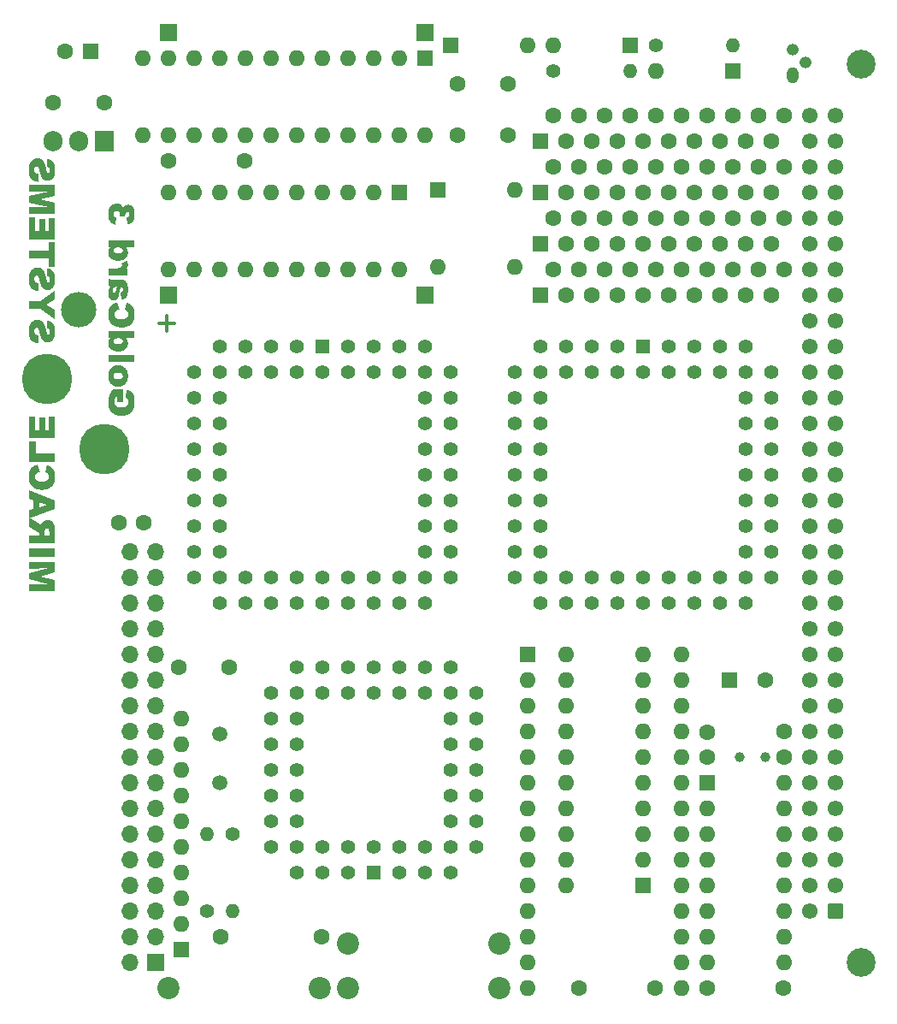
<source format=gbr>
%TF.GenerationSoftware,KiCad,Pcbnew,7.0.11+1*%
%TF.CreationDate,2024-04-14T15:49:11+02:00*%
%TF.ProjectId,GoldCard,476f6c64-4361-4726-942e-6b696361645f,rev?*%
%TF.SameCoordinates,Original*%
%TF.FileFunction,Soldermask,Bot*%
%TF.FilePolarity,Negative*%
%FSLAX46Y46*%
G04 Gerber Fmt 4.6, Leading zero omitted, Abs format (unit mm)*
G04 Created by KiCad (PCBNEW 7.0.11+1) date 2024-04-14 15:49:11*
%MOMM*%
%LPD*%
G01*
G04 APERTURE LIST*
G04 Aperture macros list*
%AMRoundRect*
0 Rectangle with rounded corners*
0 $1 Rounding radius*
0 $2 $3 $4 $5 $6 $7 $8 $9 X,Y pos of 4 corners*
0 Add a 4 corners polygon primitive as box body*
4,1,4,$2,$3,$4,$5,$6,$7,$8,$9,$2,$3,0*
0 Add four circle primitives for the rounded corners*
1,1,$1+$1,$2,$3*
1,1,$1+$1,$4,$5*
1,1,$1+$1,$6,$7*
1,1,$1+$1,$8,$9*
0 Add four rect primitives between the rounded corners*
20,1,$1+$1,$2,$3,$4,$5,0*
20,1,$1+$1,$4,$5,$6,$7,0*
20,1,$1+$1,$6,$7,$8,$9,0*
20,1,$1+$1,$8,$9,$2,$3,0*%
G04 Aperture macros list end*
%ADD10C,0.300000*%
%ADD11R,1.600000X1.600000*%
%ADD12O,1.600000X1.600000*%
%ADD13C,1.400000*%
%ADD14O,1.400000X1.400000*%
%ADD15R,1.700000X1.700000*%
%ADD16O,1.700000X1.700000*%
%ADD17O,1.200000X1.600000*%
%ADD18O,1.200000X1.200000*%
%ADD19C,0.800000*%
%ADD20C,5.000000*%
%ADD21C,2.200000*%
%ADD22C,1.600000*%
%ADD23C,1.000000*%
%ADD24C,2.850000*%
%ADD25RoundRect,0.249999X0.525001X-0.525001X0.525001X0.525001X-0.525001X0.525001X-0.525001X-0.525001X0*%
%ADD26C,1.550000*%
%ADD27C,1.500000*%
%ADD28R,1.422400X1.422400*%
%ADD29C,1.422400*%
%ADD30O,3.500000X3.500000*%
%ADD31R,1.905000X2.000000*%
%ADD32O,1.905000X2.000000*%
G04 APERTURE END LIST*
D10*
X173062441Y-73907733D02*
X171538632Y-73907733D01*
X172300536Y-74669638D02*
X172300536Y-73145828D01*
G36*
X161207125Y-100334872D02*
G01*
X161207125Y-99276690D01*
X159749606Y-98896892D01*
X161207125Y-98518926D01*
X161207125Y-97463797D01*
X158667000Y-97463797D01*
X158667000Y-98138518D01*
X160606288Y-98118979D01*
X158667000Y-98596473D01*
X158667000Y-99202196D01*
X160606288Y-99678469D01*
X158667000Y-99658930D01*
X158667000Y-100334872D01*
X161207125Y-100334872D01*
G37*
G36*
X161207125Y-96993019D02*
G01*
X161207125Y-96174806D01*
X158667000Y-96174806D01*
X158667000Y-96993019D01*
X161207125Y-96993019D01*
G37*
G36*
X159414383Y-93516222D02*
G01*
X159437330Y-93528895D01*
X159458979Y-93542374D01*
X159482923Y-93558507D01*
X159503732Y-93573323D01*
X159526009Y-93589838D01*
X159549756Y-93608052D01*
X159574972Y-93627963D01*
X159593927Y-93643196D01*
X159617264Y-93662454D01*
X159638387Y-93680509D01*
X159657297Y-93697363D01*
X159677821Y-93716740D01*
X159694887Y-93734238D01*
X159712969Y-93755580D01*
X159718911Y-93763864D01*
X159732993Y-93784928D01*
X159745971Y-93806499D01*
X159757846Y-93828577D01*
X159768618Y-93851162D01*
X159778287Y-93874253D01*
X159786853Y-93897852D01*
X159793541Y-93870784D01*
X159801393Y-93843927D01*
X159810409Y-93817280D01*
X159820589Y-93790843D01*
X159831933Y-93764615D01*
X159844441Y-93738598D01*
X159858113Y-93712790D01*
X159872949Y-93687192D01*
X159885237Y-93667386D01*
X159904528Y-93638677D01*
X159924850Y-93611172D01*
X159946202Y-93584868D01*
X159968585Y-93559766D01*
X159991998Y-93535866D01*
X160016441Y-93513169D01*
X160041915Y-93491674D01*
X160068419Y-93471381D01*
X160095954Y-93452290D01*
X160124519Y-93434401D01*
X160144134Y-93423236D01*
X160174417Y-93407839D01*
X160205729Y-93394063D01*
X160238073Y-93381907D01*
X160271446Y-93371372D01*
X160305850Y-93362458D01*
X160341284Y-93355165D01*
X160365480Y-93351203D01*
X160390133Y-93347962D01*
X160415244Y-93345441D01*
X160440813Y-93343640D01*
X160466840Y-93342559D01*
X160493325Y-93342199D01*
X160523646Y-93342671D01*
X160553394Y-93344088D01*
X160582569Y-93346449D01*
X160611173Y-93349755D01*
X160639203Y-93354006D01*
X160666661Y-93359201D01*
X160693547Y-93365340D01*
X160719861Y-93372424D01*
X160745602Y-93380453D01*
X160770770Y-93389426D01*
X160795366Y-93399343D01*
X160819390Y-93410205D01*
X160842841Y-93422012D01*
X160865719Y-93434763D01*
X160888026Y-93448459D01*
X160909759Y-93463099D01*
X160930782Y-93478429D01*
X160950956Y-93494345D01*
X160970281Y-93510848D01*
X160988757Y-93527938D01*
X161006383Y-93545615D01*
X161023161Y-93563878D01*
X161039089Y-93582728D01*
X161054168Y-93602165D01*
X161068398Y-93622189D01*
X161081779Y-93642799D01*
X161094311Y-93663996D01*
X161105993Y-93685780D01*
X161116827Y-93708151D01*
X161126811Y-93731108D01*
X161135946Y-93754652D01*
X161144233Y-93778783D01*
X161151848Y-93803792D01*
X161158973Y-93830122D01*
X161165606Y-93857773D01*
X161171748Y-93886746D01*
X161177399Y-93917040D01*
X161182558Y-93948656D01*
X161187226Y-93981593D01*
X161191402Y-94015851D01*
X161195087Y-94051431D01*
X161198281Y-94088332D01*
X161200983Y-94126555D01*
X161203194Y-94166099D01*
X161204914Y-94206964D01*
X161206142Y-94249151D01*
X161206879Y-94292659D01*
X161207125Y-94337489D01*
X161207125Y-95653347D01*
X158667000Y-95653347D01*
X158667000Y-94833302D01*
X159683050Y-94833302D01*
X160191075Y-94833302D01*
X160660021Y-94833302D01*
X160660021Y-94510901D01*
X160659963Y-94498172D01*
X160659086Y-94461566D01*
X160657158Y-94427332D01*
X160654177Y-94395470D01*
X160650145Y-94365980D01*
X160645061Y-94338863D01*
X160638925Y-94314117D01*
X160629108Y-94284812D01*
X160617421Y-94259725D01*
X160600182Y-94234296D01*
X160580391Y-94213715D01*
X160558035Y-94196622D01*
X160533116Y-94183018D01*
X160505633Y-94172901D01*
X160481800Y-94167320D01*
X160456326Y-94163971D01*
X160429212Y-94162855D01*
X160419890Y-94163029D01*
X160392728Y-94165641D01*
X160366768Y-94171387D01*
X160342009Y-94180267D01*
X160318453Y-94192281D01*
X160296099Y-94207429D01*
X160289094Y-94213104D01*
X160270110Y-94231358D01*
X160254175Y-94251457D01*
X160241288Y-94273404D01*
X160231449Y-94297196D01*
X160224658Y-94322834D01*
X160222592Y-94332163D01*
X160216787Y-94358984D01*
X160211573Y-94384055D01*
X160205538Y-94414762D01*
X160200553Y-94442359D01*
X160195798Y-94472481D01*
X160192682Y-94497743D01*
X160191075Y-94524945D01*
X160191075Y-94833302D01*
X159683050Y-94833302D01*
X159683050Y-94783842D01*
X159682837Y-94771406D01*
X159680449Y-94741025D01*
X159675408Y-94711657D01*
X159667712Y-94683303D01*
X159657364Y-94655963D01*
X159644361Y-94629637D01*
X159628706Y-94604324D01*
X159623041Y-94597071D01*
X159605394Y-94578249D01*
X159582767Y-94558443D01*
X159561081Y-94541889D01*
X159536208Y-94524707D01*
X159515463Y-94511406D01*
X159492924Y-94497752D01*
X159468594Y-94483743D01*
X159442471Y-94469380D01*
X158667000Y-94048672D01*
X158667000Y-93125434D01*
X159414383Y-93516222D01*
G37*
G36*
X161207125Y-91369327D02*
G01*
X161207125Y-92244938D01*
X158667000Y-93205423D01*
X158667000Y-92367670D01*
X159096867Y-92245549D01*
X159096867Y-91564111D01*
X159683050Y-91564111D01*
X159683050Y-92065420D01*
X160483556Y-91815681D01*
X159683050Y-91564111D01*
X159096867Y-91564111D01*
X159096867Y-91388867D01*
X158667000Y-91265524D01*
X158667000Y-90408842D01*
X161207125Y-91369327D01*
G37*
G36*
X159727013Y-88572747D02*
G01*
X159518796Y-87853452D01*
X159480994Y-87862988D01*
X159444064Y-87873125D01*
X159408007Y-87883863D01*
X159372823Y-87895202D01*
X159338512Y-87907142D01*
X159305074Y-87919683D01*
X159272509Y-87932826D01*
X159240818Y-87946569D01*
X159209999Y-87960914D01*
X159180053Y-87975859D01*
X159150980Y-87991406D01*
X159122780Y-88007554D01*
X159095452Y-88024302D01*
X159068998Y-88041652D01*
X159043417Y-88059603D01*
X159018709Y-88078155D01*
X158994884Y-88097215D01*
X158971797Y-88116843D01*
X158949451Y-88137038D01*
X158927843Y-88157801D01*
X158906975Y-88179132D01*
X158886847Y-88201030D01*
X158867458Y-88223496D01*
X158848808Y-88246530D01*
X158830897Y-88270131D01*
X158813726Y-88294300D01*
X158797295Y-88319037D01*
X158781603Y-88344342D01*
X158766650Y-88370214D01*
X158752437Y-88396654D01*
X158738963Y-88423661D01*
X158726228Y-88451236D01*
X158714324Y-88479563D01*
X158703188Y-88508824D01*
X158692819Y-88539020D01*
X158683219Y-88570152D01*
X158674386Y-88602218D01*
X158666322Y-88635220D01*
X158659026Y-88669156D01*
X158652498Y-88704027D01*
X158646737Y-88739834D01*
X158641745Y-88776575D01*
X158637521Y-88814252D01*
X158634065Y-88852863D01*
X158631377Y-88892409D01*
X158629457Y-88932891D01*
X158628305Y-88974307D01*
X158627921Y-89016658D01*
X158628038Y-89042425D01*
X158628391Y-89067899D01*
X158628978Y-89093081D01*
X158629800Y-89117971D01*
X158630857Y-89142569D01*
X158633677Y-89190888D01*
X158637436Y-89238039D01*
X158642135Y-89284020D01*
X158647773Y-89328833D01*
X158654351Y-89372477D01*
X158661870Y-89414952D01*
X158670327Y-89456259D01*
X158679725Y-89496397D01*
X158690062Y-89535366D01*
X158701340Y-89573166D01*
X158713557Y-89609798D01*
X158726713Y-89645261D01*
X158740810Y-89679555D01*
X158748210Y-89696264D01*
X158763957Y-89729032D01*
X158781126Y-89761236D01*
X158799716Y-89792878D01*
X158819728Y-89823957D01*
X158841161Y-89854473D01*
X158864016Y-89884426D01*
X158888292Y-89913817D01*
X158913990Y-89942644D01*
X158941110Y-89970908D01*
X158969651Y-89998610D01*
X158999613Y-90025749D01*
X159030998Y-90052324D01*
X159063803Y-90078337D01*
X159098031Y-90103787D01*
X159133680Y-90128674D01*
X159170750Y-90152998D01*
X159209259Y-90176215D01*
X159249070Y-90197935D01*
X159290184Y-90218157D01*
X159332599Y-90236880D01*
X159376317Y-90254106D01*
X159421338Y-90269834D01*
X159467660Y-90284064D01*
X159491310Y-90290617D01*
X159515285Y-90296796D01*
X159539586Y-90302600D01*
X159564213Y-90308030D01*
X159589165Y-90313086D01*
X159614442Y-90317767D01*
X159640045Y-90322073D01*
X159665974Y-90326005D01*
X159692229Y-90329563D01*
X159718808Y-90332746D01*
X159745714Y-90335554D01*
X159772945Y-90337988D01*
X159800502Y-90340048D01*
X159828384Y-90341733D01*
X159856592Y-90343044D01*
X159885125Y-90343980D01*
X159913984Y-90344542D01*
X159943168Y-90344729D01*
X159982042Y-90344399D01*
X160020353Y-90343410D01*
X160058101Y-90341761D01*
X160095286Y-90339453D01*
X160131908Y-90336485D01*
X160167967Y-90332858D01*
X160203464Y-90328571D01*
X160238397Y-90323625D01*
X160272767Y-90318019D01*
X160306575Y-90311754D01*
X160339820Y-90304829D01*
X160372502Y-90297244D01*
X160404620Y-90289001D01*
X160436176Y-90280097D01*
X160467169Y-90270535D01*
X160497600Y-90260312D01*
X160527467Y-90249430D01*
X160556771Y-90237889D01*
X160585513Y-90225688D01*
X160613691Y-90212828D01*
X160641307Y-90199308D01*
X160668360Y-90185129D01*
X160694850Y-90170290D01*
X160720777Y-90154792D01*
X160746141Y-90138634D01*
X160770942Y-90121817D01*
X160795180Y-90104340D01*
X160818855Y-90086203D01*
X160841968Y-90067408D01*
X160864517Y-90047952D01*
X160886504Y-90027837D01*
X160907928Y-90007063D01*
X160928740Y-89985649D01*
X160948891Y-89963693D01*
X160968381Y-89941194D01*
X160987211Y-89918153D01*
X161005380Y-89894569D01*
X161022889Y-89870442D01*
X161039736Y-89845773D01*
X161055924Y-89820561D01*
X161071450Y-89794806D01*
X161086316Y-89768509D01*
X161100521Y-89741669D01*
X161114065Y-89714286D01*
X161126948Y-89686361D01*
X161139171Y-89657894D01*
X161150733Y-89628883D01*
X161161635Y-89599330D01*
X161171876Y-89569234D01*
X161181456Y-89538596D01*
X161190375Y-89507415D01*
X161198634Y-89475692D01*
X161206232Y-89443426D01*
X161213169Y-89410617D01*
X161219446Y-89377265D01*
X161225062Y-89343371D01*
X161230017Y-89308935D01*
X161234311Y-89273955D01*
X161237945Y-89238433D01*
X161240918Y-89202369D01*
X161243231Y-89165761D01*
X161244883Y-89128612D01*
X161245874Y-89090919D01*
X161246204Y-89052684D01*
X161246012Y-89022773D01*
X161245436Y-88993262D01*
X161244476Y-88964150D01*
X161243132Y-88935438D01*
X161241404Y-88907125D01*
X161239292Y-88879212D01*
X161236796Y-88851698D01*
X161233915Y-88824584D01*
X161230651Y-88797869D01*
X161227003Y-88771554D01*
X161222971Y-88745639D01*
X161218555Y-88720123D01*
X161213755Y-88695006D01*
X161208571Y-88670289D01*
X161203002Y-88645971D01*
X161197050Y-88622053D01*
X161183994Y-88575416D01*
X161169401Y-88530376D01*
X161153272Y-88486935D01*
X161135608Y-88445092D01*
X161116407Y-88404847D01*
X161095670Y-88366199D01*
X161073397Y-88329150D01*
X161049588Y-88293699D01*
X161024112Y-88259577D01*
X160996838Y-88226514D01*
X160967765Y-88194509D01*
X160936893Y-88163564D01*
X160904223Y-88133677D01*
X160869755Y-88104850D01*
X160833488Y-88077082D01*
X160795423Y-88050372D01*
X160755560Y-88024722D01*
X160713898Y-88000131D01*
X160692392Y-87988232D01*
X160670437Y-87976599D01*
X160648033Y-87965230D01*
X160625178Y-87954126D01*
X160601875Y-87943286D01*
X160578121Y-87932711D01*
X160553918Y-87922401D01*
X160529265Y-87912356D01*
X160504163Y-87902576D01*
X160478611Y-87893060D01*
X160452610Y-87883809D01*
X160426159Y-87874823D01*
X160265569Y-88600835D01*
X160288930Y-88608370D01*
X160317958Y-88618349D01*
X160344562Y-88628253D01*
X160368743Y-88638079D01*
X160395561Y-88650256D01*
X160418593Y-88662313D01*
X160441234Y-88676624D01*
X160444477Y-88678993D01*
X160465085Y-88695002D01*
X160484472Y-88711889D01*
X160502637Y-88729654D01*
X160519581Y-88748296D01*
X160535305Y-88767817D01*
X160549807Y-88788215D01*
X160563087Y-88809491D01*
X160575147Y-88831644D01*
X160585880Y-88854571D01*
X160595182Y-88878165D01*
X160603053Y-88902427D01*
X160609493Y-88927357D01*
X160614502Y-88952955D01*
X160618080Y-88979220D01*
X160620227Y-89006154D01*
X160620942Y-89033755D01*
X160620162Y-89065044D01*
X160617822Y-89095407D01*
X160613923Y-89124845D01*
X160608463Y-89153358D01*
X160601443Y-89180945D01*
X160592864Y-89207607D01*
X160582724Y-89233343D01*
X160571025Y-89258153D01*
X160557766Y-89282039D01*
X160542947Y-89304998D01*
X160526568Y-89327033D01*
X160508629Y-89348142D01*
X160489130Y-89368325D01*
X160468071Y-89387583D01*
X160445452Y-89405916D01*
X160421274Y-89423323D01*
X160391684Y-89441655D01*
X160359013Y-89458184D01*
X160335522Y-89468202D01*
X160310661Y-89477419D01*
X160284431Y-89485834D01*
X160256832Y-89493447D01*
X160227864Y-89500259D01*
X160197527Y-89506270D01*
X160165821Y-89511479D01*
X160132745Y-89515887D01*
X160098301Y-89519493D01*
X160062487Y-89522298D01*
X160025305Y-89524302D01*
X159986753Y-89525504D01*
X159946832Y-89525905D01*
X159921971Y-89525786D01*
X159873747Y-89524837D01*
X159827522Y-89522938D01*
X159783296Y-89520090D01*
X159741069Y-89516293D01*
X159700840Y-89511546D01*
X159662611Y-89505851D01*
X159626380Y-89499205D01*
X159592147Y-89491611D01*
X159559914Y-89483067D01*
X159529679Y-89473574D01*
X159501444Y-89463132D01*
X159475207Y-89451740D01*
X159450968Y-89439399D01*
X159428729Y-89426109D01*
X159408488Y-89411870D01*
X159399117Y-89404394D01*
X159373037Y-89380627D01*
X159349522Y-89355121D01*
X159328573Y-89327876D01*
X159310188Y-89298892D01*
X159294369Y-89268170D01*
X159281115Y-89235709D01*
X159270427Y-89201509D01*
X159264726Y-89177743D01*
X159260166Y-89153204D01*
X159256745Y-89127893D01*
X159254465Y-89101808D01*
X159253325Y-89074951D01*
X159253182Y-89061233D01*
X159253631Y-89034779D01*
X159254976Y-89009150D01*
X159257218Y-88984346D01*
X159262263Y-88948688D01*
X159269325Y-88914887D01*
X159278406Y-88882943D01*
X159289504Y-88852856D01*
X159302620Y-88824625D01*
X159317754Y-88798252D01*
X159334906Y-88773735D01*
X159354076Y-88751075D01*
X159367976Y-88737000D01*
X159390742Y-88716881D01*
X159415761Y-88697738D01*
X159443035Y-88679572D01*
X159472562Y-88662382D01*
X159504343Y-88646169D01*
X159526783Y-88635904D01*
X159550225Y-88626072D01*
X159574668Y-88616674D01*
X159600113Y-88607711D01*
X159626560Y-88599181D01*
X159654009Y-88591086D01*
X159682459Y-88583425D01*
X159711912Y-88576198D01*
X159727013Y-88572747D01*
G37*
G36*
X161207125Y-87564635D02*
G01*
X161207125Y-86747642D01*
X159331340Y-86747642D01*
X159331340Y-85533755D01*
X158667000Y-85533755D01*
X158667000Y-87564635D01*
X161207125Y-87564635D01*
G37*
G36*
X161207125Y-85233947D02*
G01*
X161207125Y-83110256D01*
X160581863Y-83110256D01*
X160581863Y-84415123D01*
X160269233Y-84415123D01*
X160269233Y-83204289D01*
X159722129Y-83204289D01*
X159722129Y-84415123D01*
X159292261Y-84415123D01*
X159292261Y-83072398D01*
X158667000Y-83072398D01*
X158667000Y-85233947D01*
X161207125Y-85233947D01*
G37*
G36*
X159557265Y-75839146D02*
G01*
X159606113Y-75060622D01*
X159570618Y-75055422D01*
X159536948Y-75049438D01*
X159505102Y-75042670D01*
X159475081Y-75035120D01*
X159446884Y-75026785D01*
X159420513Y-75017667D01*
X159395965Y-75007766D01*
X159373243Y-74997081D01*
X159345785Y-74981615D01*
X159321570Y-74964757D01*
X159295381Y-74942363D01*
X159271768Y-74918231D01*
X159250730Y-74892360D01*
X159232269Y-74864751D01*
X159216384Y-74835402D01*
X159203074Y-74804315D01*
X159192341Y-74771489D01*
X159184184Y-74736924D01*
X159178602Y-74700620D01*
X159176313Y-74675452D01*
X159175168Y-74649510D01*
X159175025Y-74636250D01*
X159175647Y-74607034D01*
X159177515Y-74579149D01*
X159180627Y-74552594D01*
X159184985Y-74527371D01*
X159190588Y-74503479D01*
X159199995Y-74473693D01*
X159211616Y-74446272D01*
X159225450Y-74421219D01*
X159241497Y-74398531D01*
X159245855Y-74393228D01*
X159264030Y-74373479D01*
X159282835Y-74356363D01*
X159307226Y-74338671D01*
X159332602Y-74325093D01*
X159358961Y-74315630D01*
X159386304Y-74310281D01*
X159408887Y-74308965D01*
X159435565Y-74310903D01*
X159461409Y-74316716D01*
X159486418Y-74326406D01*
X159510591Y-74339972D01*
X159533930Y-74357414D01*
X159552001Y-74374158D01*
X159565203Y-74388344D01*
X159583130Y-74412329D01*
X159596462Y-74434951D01*
X159609698Y-74461545D01*
X159622838Y-74492110D01*
X159635880Y-74526646D01*
X159644522Y-74551877D01*
X159653120Y-74578872D01*
X159661676Y-74607633D01*
X159670189Y-74638158D01*
X159678659Y-74670449D01*
X159687085Y-74704504D01*
X159695469Y-74740325D01*
X159703810Y-74777911D01*
X159710947Y-74809909D01*
X159718236Y-74841333D01*
X159725678Y-74872182D01*
X159733272Y-74902456D01*
X159741019Y-74932155D01*
X159748919Y-74961279D01*
X159756971Y-74989829D01*
X159765176Y-75017803D01*
X159773534Y-75045203D01*
X159782044Y-75072028D01*
X159790707Y-75098278D01*
X159799523Y-75123953D01*
X159808491Y-75149054D01*
X159817612Y-75173580D01*
X159826886Y-75197530D01*
X159836312Y-75220906D01*
X159845891Y-75243708D01*
X159865507Y-75287585D01*
X159885733Y-75329164D01*
X159906570Y-75368443D01*
X159928018Y-75405423D01*
X159950076Y-75440104D01*
X159972745Y-75472485D01*
X159996024Y-75502567D01*
X160007893Y-75516745D01*
X160032503Y-75544177D01*
X160057943Y-75569840D01*
X160084214Y-75593732D01*
X160111314Y-75615855D01*
X160139245Y-75636207D01*
X160168005Y-75654790D01*
X160197596Y-75671604D01*
X160228017Y-75686647D01*
X160259267Y-75699920D01*
X160291348Y-75711424D01*
X160324259Y-75721158D01*
X160358000Y-75729122D01*
X160392570Y-75735317D01*
X160427971Y-75739741D01*
X160464202Y-75742396D01*
X160501263Y-75743281D01*
X160525828Y-75742830D01*
X160550217Y-75741478D01*
X160586469Y-75737758D01*
X160622323Y-75732011D01*
X160657781Y-75724234D01*
X160692841Y-75714430D01*
X160727505Y-75702596D01*
X160750393Y-75693580D01*
X160773104Y-75683662D01*
X160795640Y-75672843D01*
X160817998Y-75661122D01*
X160840181Y-75648500D01*
X160862186Y-75634976D01*
X160873123Y-75627876D01*
X160894730Y-75612928D01*
X160915741Y-75597088D01*
X160936156Y-75580356D01*
X160955975Y-75562732D01*
X160975197Y-75544216D01*
X160993823Y-75524807D01*
X161011852Y-75504507D01*
X161029286Y-75483315D01*
X161046123Y-75461230D01*
X161062364Y-75438254D01*
X161078008Y-75414385D01*
X161093056Y-75389625D01*
X161107508Y-75363972D01*
X161121363Y-75337427D01*
X161134623Y-75309991D01*
X161147286Y-75281662D01*
X161159264Y-75252233D01*
X161170470Y-75221498D01*
X161180902Y-75189455D01*
X161190562Y-75156106D01*
X161199450Y-75121449D01*
X161207564Y-75085485D01*
X161214906Y-75048214D01*
X161221474Y-75009636D01*
X161227270Y-74969751D01*
X161232294Y-74928559D01*
X161236544Y-74886060D01*
X161240022Y-74842254D01*
X161242726Y-74797140D01*
X161244658Y-74750720D01*
X161245818Y-74702992D01*
X161246204Y-74653958D01*
X161246027Y-74623614D01*
X161245496Y-74593720D01*
X161244610Y-74564275D01*
X161243370Y-74535280D01*
X161241776Y-74506735D01*
X161239828Y-74478639D01*
X161237526Y-74450993D01*
X161234870Y-74423797D01*
X161231859Y-74397050D01*
X161228494Y-74370753D01*
X161224775Y-74344905D01*
X161220702Y-74319507D01*
X161216274Y-74294559D01*
X161211492Y-74270060D01*
X161206356Y-74246011D01*
X161195022Y-74199261D01*
X161182271Y-74154310D01*
X161168103Y-74111157D01*
X161152518Y-74069803D01*
X161135517Y-74030247D01*
X161117098Y-73992489D01*
X161097263Y-73956530D01*
X161076011Y-73922370D01*
X161064854Y-73905964D01*
X161041271Y-73874336D01*
X161015862Y-73844331D01*
X160988626Y-73815947D01*
X160959562Y-73789185D01*
X160928672Y-73764045D01*
X160895954Y-73740528D01*
X160861409Y-73718632D01*
X160825038Y-73698357D01*
X160786839Y-73679705D01*
X160746813Y-73662675D01*
X160704960Y-73647267D01*
X160661281Y-73633480D01*
X160615774Y-73621316D01*
X160568440Y-73610774D01*
X160544087Y-73606110D01*
X160519279Y-73601853D01*
X160494013Y-73598001D01*
X160468290Y-73594554D01*
X160424327Y-74366362D01*
X160455935Y-74372591D01*
X160485729Y-74379828D01*
X160513709Y-74388075D01*
X160539875Y-74397331D01*
X160564227Y-74407596D01*
X160586765Y-74418869D01*
X160613994Y-74435470D01*
X160637999Y-74453865D01*
X160658778Y-74474053D01*
X160667959Y-74484819D01*
X160684417Y-74507898D01*
X160698680Y-74533172D01*
X160710749Y-74560640D01*
X160720624Y-74590302D01*
X160726590Y-74613989D01*
X160731321Y-74638910D01*
X160734819Y-74665065D01*
X160737082Y-74692455D01*
X160738110Y-74721078D01*
X160738179Y-74730894D01*
X160737377Y-74762064D01*
X160734973Y-74791153D01*
X160730966Y-74818163D01*
X160725356Y-74843093D01*
X160716090Y-74871331D01*
X160704319Y-74896319D01*
X160690043Y-74918057D01*
X160686888Y-74922014D01*
X160667153Y-74943180D01*
X160645958Y-74959967D01*
X160623304Y-74972375D01*
X160599189Y-74980403D01*
X160573615Y-74984053D01*
X160564766Y-74984296D01*
X160540533Y-74981167D01*
X160517292Y-74971779D01*
X160495043Y-74956132D01*
X160476389Y-74937307D01*
X160473786Y-74934226D01*
X160456970Y-74909754D01*
X160445903Y-74887620D01*
X160434950Y-74860829D01*
X160426811Y-74837681D01*
X160418736Y-74811914D01*
X160410725Y-74783528D01*
X160402779Y-74752523D01*
X160394897Y-74718899D01*
X160389678Y-74695028D01*
X160387080Y-74682656D01*
X160380357Y-74650881D01*
X160373623Y-74619671D01*
X160366876Y-74589024D01*
X160360118Y-74558941D01*
X160353347Y-74529423D01*
X160346565Y-74500469D01*
X160339771Y-74472078D01*
X160332965Y-74444252D01*
X160326147Y-74416990D01*
X160319317Y-74390292D01*
X160312475Y-74364158D01*
X160305621Y-74338589D01*
X160298755Y-74313583D01*
X160291878Y-74289141D01*
X160284988Y-74265264D01*
X160271173Y-74219201D01*
X160257310Y-74175395D01*
X160243400Y-74133845D01*
X160229442Y-74094551D01*
X160215436Y-74057514D01*
X160201382Y-74022734D01*
X160187281Y-73990209D01*
X160173132Y-73959941D01*
X160166040Y-73945653D01*
X160151624Y-73918040D01*
X160136769Y-73891376D01*
X160121475Y-73865661D01*
X160105743Y-73840896D01*
X160089571Y-73817080D01*
X160072961Y-73794213D01*
X160055911Y-73772296D01*
X160038423Y-73751328D01*
X160020496Y-73731309D01*
X160002130Y-73712239D01*
X159983325Y-73694119D01*
X159964082Y-73676948D01*
X159944399Y-73660726D01*
X159924278Y-73645454D01*
X159903717Y-73631131D01*
X159882718Y-73617757D01*
X159861342Y-73605261D01*
X159839651Y-73593572D01*
X159817646Y-73582688D01*
X159795325Y-73572611D01*
X159772690Y-73563339D01*
X159749739Y-73554874D01*
X159726474Y-73547216D01*
X159702894Y-73540363D01*
X159679000Y-73534316D01*
X159654790Y-73529076D01*
X159630266Y-73524642D01*
X159605426Y-73521014D01*
X159580272Y-73518193D01*
X159554803Y-73516177D01*
X159529019Y-73514968D01*
X159502921Y-73514565D01*
X159472309Y-73515101D01*
X159441994Y-73516711D01*
X159411974Y-73519395D01*
X159382249Y-73523151D01*
X159352821Y-73527981D01*
X159323688Y-73533885D01*
X159294851Y-73540861D01*
X159266310Y-73548911D01*
X159238065Y-73558035D01*
X159210115Y-73568231D01*
X159182462Y-73579501D01*
X159155104Y-73591845D01*
X159128041Y-73605261D01*
X159101275Y-73619751D01*
X159074804Y-73635315D01*
X159048629Y-73651951D01*
X159023072Y-73669544D01*
X158998302Y-73687977D01*
X158974319Y-73707249D01*
X158951123Y-73727361D01*
X158928714Y-73748313D01*
X158907092Y-73770104D01*
X158886258Y-73792734D01*
X158866210Y-73816205D01*
X158846950Y-73840514D01*
X158828476Y-73865664D01*
X158810790Y-73891653D01*
X158793891Y-73918481D01*
X158777779Y-73946149D01*
X158762455Y-73974657D01*
X158747917Y-74004005D01*
X158734166Y-74034191D01*
X158721301Y-74065213D01*
X158709265Y-74097218D01*
X158698059Y-74130205D01*
X158687684Y-74164174D01*
X158678138Y-74199127D01*
X158669423Y-74235062D01*
X158661537Y-74271980D01*
X158654482Y-74309881D01*
X158648257Y-74348764D01*
X158642861Y-74388630D01*
X158638296Y-74429478D01*
X158634561Y-74471310D01*
X158631656Y-74514124D01*
X158629581Y-74557921D01*
X158628336Y-74602700D01*
X158627921Y-74648462D01*
X158628172Y-74688718D01*
X158628925Y-74728196D01*
X158630180Y-74766899D01*
X158631937Y-74804825D01*
X158634197Y-74841975D01*
X158636958Y-74878349D01*
X158640222Y-74913946D01*
X158643987Y-74948766D01*
X158648255Y-74982811D01*
X158653025Y-75016079D01*
X158658297Y-75048570D01*
X158664070Y-75080285D01*
X158670347Y-75111224D01*
X158677125Y-75141387D01*
X158684405Y-75170773D01*
X158692187Y-75199382D01*
X158700471Y-75227216D01*
X158709258Y-75254273D01*
X158718546Y-75280553D01*
X158728337Y-75306057D01*
X158738630Y-75330785D01*
X158749424Y-75354737D01*
X158760721Y-75377912D01*
X158772520Y-75400310D01*
X158784821Y-75421933D01*
X158797624Y-75442779D01*
X158824736Y-75482141D01*
X158853857Y-75518398D01*
X158884986Y-75551550D01*
X158917737Y-75582298D01*
X158951724Y-75611342D01*
X158986946Y-75638683D01*
X159023403Y-75664322D01*
X159061096Y-75688257D01*
X159100025Y-75710489D01*
X159140189Y-75731018D01*
X159181589Y-75749845D01*
X159224224Y-75766968D01*
X159268095Y-75782388D01*
X159313201Y-75796105D01*
X159359542Y-75808120D01*
X159407120Y-75818431D01*
X159431372Y-75822948D01*
X159455933Y-75827039D01*
X159480802Y-75830704D01*
X159505981Y-75833944D01*
X159531468Y-75836758D01*
X159557265Y-75839146D01*
G37*
G36*
X161207125Y-73447398D02*
G01*
X161207125Y-72536372D01*
X160396239Y-72038727D01*
X161207125Y-71541693D01*
X161207125Y-70634942D01*
X159728235Y-71631452D01*
X158667000Y-71631452D01*
X158667000Y-72449666D01*
X159728235Y-72449666D01*
X161207125Y-73447398D01*
G37*
G36*
X159557265Y-70666083D02*
G01*
X159606113Y-69887558D01*
X159570618Y-69882358D01*
X159536948Y-69876374D01*
X159505102Y-69869607D01*
X159475081Y-69862056D01*
X159446884Y-69853722D01*
X159420513Y-69844604D01*
X159395965Y-69834702D01*
X159373243Y-69824017D01*
X159345785Y-69808552D01*
X159321570Y-69791693D01*
X159295381Y-69769300D01*
X159271768Y-69745168D01*
X159250730Y-69719297D01*
X159232269Y-69691687D01*
X159216384Y-69662339D01*
X159203074Y-69631251D01*
X159192341Y-69598425D01*
X159184184Y-69563860D01*
X159178602Y-69527557D01*
X159176313Y-69502388D01*
X159175168Y-69476447D01*
X159175025Y-69463187D01*
X159175647Y-69433970D01*
X159177515Y-69406085D01*
X159180627Y-69379531D01*
X159184985Y-69354308D01*
X159190588Y-69330415D01*
X159199995Y-69300629D01*
X159211616Y-69273209D01*
X159225450Y-69248155D01*
X159241497Y-69225467D01*
X159245855Y-69220165D01*
X159264030Y-69200416D01*
X159282835Y-69183299D01*
X159307226Y-69165607D01*
X159332602Y-69152030D01*
X159358961Y-69142567D01*
X159386304Y-69137218D01*
X159408887Y-69135901D01*
X159435565Y-69137839D01*
X159461409Y-69143653D01*
X159486418Y-69153343D01*
X159510591Y-69166908D01*
X159533930Y-69184350D01*
X159552001Y-69201094D01*
X159565203Y-69215280D01*
X159583130Y-69239265D01*
X159596462Y-69261888D01*
X159609698Y-69288481D01*
X159622838Y-69319046D01*
X159635880Y-69353583D01*
X159644522Y-69378813D01*
X159653120Y-69405809D01*
X159661676Y-69434569D01*
X159670189Y-69465095D01*
X159678659Y-69497385D01*
X159687085Y-69531441D01*
X159695469Y-69567262D01*
X159703810Y-69604847D01*
X159710947Y-69636846D01*
X159718236Y-69668269D01*
X159725678Y-69699118D01*
X159733272Y-69729392D01*
X159741019Y-69759091D01*
X159748919Y-69788216D01*
X159756971Y-69816765D01*
X159765176Y-69844740D01*
X159773534Y-69872139D01*
X159782044Y-69898964D01*
X159790707Y-69925215D01*
X159799523Y-69950890D01*
X159808491Y-69975990D01*
X159817612Y-70000516D01*
X159826886Y-70024467D01*
X159836312Y-70047843D01*
X159845891Y-70070644D01*
X159865507Y-70114522D01*
X159885733Y-70156100D01*
X159906570Y-70195380D01*
X159928018Y-70232359D01*
X159950076Y-70267040D01*
X159972745Y-70299421D01*
X159996024Y-70329503D01*
X160007893Y-70343682D01*
X160032503Y-70371114D01*
X160057943Y-70396776D01*
X160084214Y-70420669D01*
X160111314Y-70442791D01*
X160139245Y-70463144D01*
X160168005Y-70481727D01*
X160197596Y-70498540D01*
X160228017Y-70513583D01*
X160259267Y-70526857D01*
X160291348Y-70538361D01*
X160324259Y-70548095D01*
X160358000Y-70556059D01*
X160392570Y-70562253D01*
X160427971Y-70566678D01*
X160464202Y-70569332D01*
X160501263Y-70570217D01*
X160525828Y-70569766D01*
X160550217Y-70568414D01*
X160586469Y-70564695D01*
X160622323Y-70558947D01*
X160657781Y-70551171D01*
X160692841Y-70541366D01*
X160727505Y-70529533D01*
X160750393Y-70520517D01*
X160773104Y-70510599D01*
X160795640Y-70499780D01*
X160817998Y-70488059D01*
X160840181Y-70475437D01*
X160862186Y-70461913D01*
X160873123Y-70454812D01*
X160894730Y-70439865D01*
X160915741Y-70424025D01*
X160936156Y-70407292D01*
X160955975Y-70389668D01*
X160975197Y-70371152D01*
X160993823Y-70351744D01*
X161011852Y-70331444D01*
X161029286Y-70310251D01*
X161046123Y-70288167D01*
X161062364Y-70265190D01*
X161078008Y-70241322D01*
X161093056Y-70216561D01*
X161107508Y-70190909D01*
X161121363Y-70164364D01*
X161134623Y-70136927D01*
X161147286Y-70108598D01*
X161159264Y-70079170D01*
X161170470Y-70048434D01*
X161180902Y-70016392D01*
X161190562Y-69983042D01*
X161199450Y-69948385D01*
X161207564Y-69912422D01*
X161214906Y-69875151D01*
X161221474Y-69836573D01*
X161227270Y-69796688D01*
X161232294Y-69755496D01*
X161236544Y-69712996D01*
X161240022Y-69669190D01*
X161242726Y-69624077D01*
X161244658Y-69577656D01*
X161245818Y-69529929D01*
X161246204Y-69480894D01*
X161246027Y-69450550D01*
X161245496Y-69420656D01*
X161244610Y-69391212D01*
X161243370Y-69362217D01*
X161241776Y-69333672D01*
X161239828Y-69305576D01*
X161237526Y-69277930D01*
X161234870Y-69250733D01*
X161231859Y-69223987D01*
X161228494Y-69197689D01*
X161224775Y-69171842D01*
X161220702Y-69146444D01*
X161216274Y-69121495D01*
X161211492Y-69096996D01*
X161206356Y-69072947D01*
X161195022Y-69026198D01*
X161182271Y-68981246D01*
X161168103Y-68938094D01*
X161152518Y-68896739D01*
X161135517Y-68857183D01*
X161117098Y-68819426D01*
X161097263Y-68783467D01*
X161076011Y-68749306D01*
X161064854Y-68732900D01*
X161041271Y-68701273D01*
X161015862Y-68671267D01*
X160988626Y-68642884D01*
X160959562Y-68616122D01*
X160928672Y-68590982D01*
X160895954Y-68567464D01*
X160861409Y-68545568D01*
X160825038Y-68525294D01*
X160786839Y-68506642D01*
X160746813Y-68489612D01*
X160704960Y-68474203D01*
X160661281Y-68460417D01*
X160615774Y-68448253D01*
X160568440Y-68437710D01*
X160544087Y-68433047D01*
X160519279Y-68428789D01*
X160494013Y-68424937D01*
X160468290Y-68421491D01*
X160424327Y-69193298D01*
X160455935Y-69199527D01*
X160485729Y-69206765D01*
X160513709Y-69215012D01*
X160539875Y-69224267D01*
X160564227Y-69234532D01*
X160586765Y-69245806D01*
X160613994Y-69262406D01*
X160637999Y-69280801D01*
X160658778Y-69300989D01*
X160667959Y-69311756D01*
X160684417Y-69334835D01*
X160698680Y-69360108D01*
X160710749Y-69387576D01*
X160720624Y-69417238D01*
X160726590Y-69440925D01*
X160731321Y-69465846D01*
X160734819Y-69492001D01*
X160737082Y-69519391D01*
X160738110Y-69548015D01*
X160738179Y-69557831D01*
X160737377Y-69589000D01*
X160734973Y-69618090D01*
X160730966Y-69645100D01*
X160725356Y-69670030D01*
X160716090Y-69698267D01*
X160704319Y-69723255D01*
X160690043Y-69744993D01*
X160686888Y-69748951D01*
X160667153Y-69770117D01*
X160645958Y-69786904D01*
X160623304Y-69799311D01*
X160599189Y-69807340D01*
X160573615Y-69810989D01*
X160564766Y-69811233D01*
X160540533Y-69808103D01*
X160517292Y-69798715D01*
X160495043Y-69783068D01*
X160476389Y-69764243D01*
X160473786Y-69761163D01*
X160456970Y-69736691D01*
X160445903Y-69714556D01*
X160434950Y-69687766D01*
X160426811Y-69664618D01*
X160418736Y-69638851D01*
X160410725Y-69610464D01*
X160402779Y-69579459D01*
X160394897Y-69545836D01*
X160389678Y-69521965D01*
X160387080Y-69509593D01*
X160380357Y-69477818D01*
X160373623Y-69446607D01*
X160366876Y-69415960D01*
X160360118Y-69385878D01*
X160353347Y-69356359D01*
X160346565Y-69327405D01*
X160339771Y-69299015D01*
X160332965Y-69271189D01*
X160326147Y-69243927D01*
X160319317Y-69217229D01*
X160312475Y-69191095D01*
X160305621Y-69165525D01*
X160298755Y-69140519D01*
X160291878Y-69116078D01*
X160284988Y-69092200D01*
X160271173Y-69046138D01*
X160257310Y-69002331D01*
X160243400Y-68960781D01*
X160229442Y-68921488D01*
X160215436Y-68884451D01*
X160201382Y-68849670D01*
X160187281Y-68817146D01*
X160173132Y-68786878D01*
X160166040Y-68772590D01*
X160151624Y-68744977D01*
X160136769Y-68718313D01*
X160121475Y-68692598D01*
X160105743Y-68667833D01*
X160089571Y-68644017D01*
X160072961Y-68621150D01*
X160055911Y-68599232D01*
X160038423Y-68578264D01*
X160020496Y-68558245D01*
X160002130Y-68539176D01*
X159983325Y-68521056D01*
X159964082Y-68503885D01*
X159944399Y-68487663D01*
X159924278Y-68472391D01*
X159903717Y-68458068D01*
X159882718Y-68444694D01*
X159861342Y-68432198D01*
X159839651Y-68420508D01*
X159817646Y-68409624D01*
X159795325Y-68399547D01*
X159772690Y-68390276D01*
X159749739Y-68381811D01*
X159726474Y-68374152D01*
X159702894Y-68367299D01*
X159679000Y-68361253D01*
X159654790Y-68356013D01*
X159630266Y-68351579D01*
X159605426Y-68347951D01*
X159580272Y-68345129D01*
X159554803Y-68343114D01*
X159529019Y-68341904D01*
X159502921Y-68341501D01*
X159472309Y-68342038D01*
X159441994Y-68343648D01*
X159411974Y-68346331D01*
X159382249Y-68350088D01*
X159352821Y-68354918D01*
X159323688Y-68360821D01*
X159294851Y-68367798D01*
X159266310Y-68375848D01*
X159238065Y-68384971D01*
X159210115Y-68395168D01*
X159182462Y-68406438D01*
X159155104Y-68418781D01*
X159128041Y-68432198D01*
X159101275Y-68446688D01*
X159074804Y-68462251D01*
X159048629Y-68478888D01*
X159023072Y-68496481D01*
X158998302Y-68514914D01*
X158974319Y-68534186D01*
X158951123Y-68554298D01*
X158928714Y-68575249D01*
X158907092Y-68597040D01*
X158886258Y-68619671D01*
X158866210Y-68643141D01*
X158846950Y-68667451D01*
X158828476Y-68692600D01*
X158810790Y-68718589D01*
X158793891Y-68745418D01*
X158777779Y-68773086D01*
X158762455Y-68801594D01*
X158747917Y-68830941D01*
X158734166Y-68861128D01*
X158721301Y-68892150D01*
X158709265Y-68924154D01*
X158698059Y-68957141D01*
X158687684Y-68991111D01*
X158678138Y-69026063D01*
X158669423Y-69061999D01*
X158661537Y-69098916D01*
X158654482Y-69136817D01*
X158648257Y-69175700D01*
X158642861Y-69215566D01*
X158638296Y-69256415D01*
X158634561Y-69298246D01*
X158631656Y-69341060D01*
X158629581Y-69384857D01*
X158628336Y-69429637D01*
X158627921Y-69475399D01*
X158628172Y-69515654D01*
X158628925Y-69555133D01*
X158630180Y-69593836D01*
X158631937Y-69631762D01*
X158634197Y-69668912D01*
X158636958Y-69705285D01*
X158640222Y-69740882D01*
X158643987Y-69775703D01*
X158648255Y-69809747D01*
X158653025Y-69843015D01*
X158658297Y-69875507D01*
X158664070Y-69907222D01*
X158670347Y-69938161D01*
X158677125Y-69968323D01*
X158684405Y-69997709D01*
X158692187Y-70026319D01*
X158700471Y-70054152D01*
X158709258Y-70081209D01*
X158718546Y-70107490D01*
X158728337Y-70132994D01*
X158738630Y-70157722D01*
X158749424Y-70181673D01*
X158760721Y-70204848D01*
X158772520Y-70227247D01*
X158784821Y-70248869D01*
X158797624Y-70269715D01*
X158824736Y-70309078D01*
X158853857Y-70345335D01*
X158884986Y-70378487D01*
X158917737Y-70409234D01*
X158951724Y-70438278D01*
X158986946Y-70465620D01*
X159023403Y-70491258D01*
X159061096Y-70515193D01*
X159100025Y-70537426D01*
X159140189Y-70557955D01*
X159181589Y-70576781D01*
X159224224Y-70593904D01*
X159268095Y-70609325D01*
X159313201Y-70623042D01*
X159359542Y-70635056D01*
X159407120Y-70645367D01*
X159431372Y-70649884D01*
X159455933Y-70653975D01*
X159480802Y-70657641D01*
X159505981Y-70660880D01*
X159531468Y-70663694D01*
X159557265Y-70666083D01*
G37*
G36*
X161207125Y-68253574D02*
G01*
X161207125Y-65849614D01*
X160581863Y-65849614D01*
X160581863Y-66642792D01*
X158667000Y-66642792D01*
X158667000Y-67459785D01*
X160581863Y-67459785D01*
X160581863Y-68253574D01*
X161207125Y-68253574D01*
G37*
G36*
X161207125Y-65552859D02*
G01*
X161207125Y-63429167D01*
X160581863Y-63429167D01*
X160581863Y-64734034D01*
X160269233Y-64734034D01*
X160269233Y-63523200D01*
X159722129Y-63523200D01*
X159722129Y-64734034D01*
X159292261Y-64734034D01*
X159292261Y-63391309D01*
X158667000Y-63391309D01*
X158667000Y-65552859D01*
X161207125Y-65552859D01*
G37*
G36*
X161207125Y-63034104D02*
G01*
X161207125Y-61975922D01*
X159749606Y-61596124D01*
X161207125Y-61218159D01*
X161207125Y-60163030D01*
X158667000Y-60163030D01*
X158667000Y-60837750D01*
X160606288Y-60818211D01*
X158667000Y-61295706D01*
X158667000Y-61901428D01*
X160606288Y-62377702D01*
X158667000Y-62358162D01*
X158667000Y-63034104D01*
X161207125Y-63034104D01*
G37*
G36*
X159557265Y-59860779D02*
G01*
X159606113Y-59082255D01*
X159570618Y-59077055D01*
X159536948Y-59071071D01*
X159505102Y-59064303D01*
X159475081Y-59056753D01*
X159446884Y-59048418D01*
X159420513Y-59039300D01*
X159395965Y-59029399D01*
X159373243Y-59018714D01*
X159345785Y-59003248D01*
X159321570Y-58986390D01*
X159295381Y-58963996D01*
X159271768Y-58939864D01*
X159250730Y-58913993D01*
X159232269Y-58886384D01*
X159216384Y-58857035D01*
X159203074Y-58825948D01*
X159192341Y-58793122D01*
X159184184Y-58758557D01*
X159178602Y-58722253D01*
X159176313Y-58697085D01*
X159175168Y-58671143D01*
X159175025Y-58657883D01*
X159175647Y-58628667D01*
X159177515Y-58600782D01*
X159180627Y-58574227D01*
X159184985Y-58549004D01*
X159190588Y-58525112D01*
X159199995Y-58495326D01*
X159211616Y-58467905D01*
X159225450Y-58442851D01*
X159241497Y-58420164D01*
X159245855Y-58414861D01*
X159264030Y-58395112D01*
X159282835Y-58377996D01*
X159307226Y-58360304D01*
X159332602Y-58346726D01*
X159358961Y-58337263D01*
X159386304Y-58331914D01*
X159408887Y-58330598D01*
X159435565Y-58332536D01*
X159461409Y-58338349D01*
X159486418Y-58348039D01*
X159510591Y-58361605D01*
X159533930Y-58379047D01*
X159552001Y-58395791D01*
X159565203Y-58409976D01*
X159583130Y-58433962D01*
X159596462Y-58456584D01*
X159609698Y-58483178D01*
X159622838Y-58513743D01*
X159635880Y-58548279D01*
X159644522Y-58573509D01*
X159653120Y-58600505D01*
X159661676Y-58629266D01*
X159670189Y-58659791D01*
X159678659Y-58692082D01*
X159687085Y-58726137D01*
X159695469Y-58761958D01*
X159703810Y-58799544D01*
X159710947Y-58831542D01*
X159718236Y-58862966D01*
X159725678Y-58893815D01*
X159733272Y-58924089D01*
X159741019Y-58953788D01*
X159748919Y-58982912D01*
X159756971Y-59011461D01*
X159765176Y-59039436D01*
X159773534Y-59066836D01*
X159782044Y-59093661D01*
X159790707Y-59119911D01*
X159799523Y-59145586D01*
X159808491Y-59170687D01*
X159817612Y-59195212D01*
X159826886Y-59219163D01*
X159836312Y-59242539D01*
X159845891Y-59265340D01*
X159865507Y-59309218D01*
X159885733Y-59350797D01*
X159906570Y-59390076D01*
X159928018Y-59427056D01*
X159950076Y-59461736D01*
X159972745Y-59494118D01*
X159996024Y-59524200D01*
X160007893Y-59538378D01*
X160032503Y-59565810D01*
X160057943Y-59591473D01*
X160084214Y-59615365D01*
X160111314Y-59637488D01*
X160139245Y-59657840D01*
X160168005Y-59676423D01*
X160197596Y-59693237D01*
X160228017Y-59708280D01*
X160259267Y-59721553D01*
X160291348Y-59733057D01*
X160324259Y-59742791D01*
X160358000Y-59750755D01*
X160392570Y-59756950D01*
X160427971Y-59761374D01*
X160464202Y-59764029D01*
X160501263Y-59764914D01*
X160525828Y-59764463D01*
X160550217Y-59763110D01*
X160586469Y-59759391D01*
X160622323Y-59753644D01*
X160657781Y-59745867D01*
X160692841Y-59736062D01*
X160727505Y-59724229D01*
X160750393Y-59715213D01*
X160773104Y-59705295D01*
X160795640Y-59694476D01*
X160817998Y-59682755D01*
X160840181Y-59670133D01*
X160862186Y-59656609D01*
X160873123Y-59649509D01*
X160894730Y-59634561D01*
X160915741Y-59618721D01*
X160936156Y-59601989D01*
X160955975Y-59584365D01*
X160975197Y-59565849D01*
X160993823Y-59546440D01*
X161011852Y-59526140D01*
X161029286Y-59504948D01*
X161046123Y-59482863D01*
X161062364Y-59459887D01*
X161078008Y-59436018D01*
X161093056Y-59411258D01*
X161107508Y-59385605D01*
X161121363Y-59359060D01*
X161134623Y-59331624D01*
X161147286Y-59303295D01*
X161159264Y-59273866D01*
X161170470Y-59243131D01*
X161180902Y-59211088D01*
X161190562Y-59177739D01*
X161199450Y-59143082D01*
X161207564Y-59107118D01*
X161214906Y-59069847D01*
X161221474Y-59031269D01*
X161227270Y-58991384D01*
X161232294Y-58950192D01*
X161236544Y-58907693D01*
X161240022Y-58863887D01*
X161242726Y-58818773D01*
X161244658Y-58772353D01*
X161245818Y-58724625D01*
X161246204Y-58675591D01*
X161246027Y-58645247D01*
X161245496Y-58615353D01*
X161244610Y-58585908D01*
X161243370Y-58556913D01*
X161241776Y-58528368D01*
X161239828Y-58500272D01*
X161237526Y-58472626D01*
X161234870Y-58445430D01*
X161231859Y-58418683D01*
X161228494Y-58392386D01*
X161224775Y-58366538D01*
X161220702Y-58341140D01*
X161216274Y-58316192D01*
X161211492Y-58291693D01*
X161206356Y-58267644D01*
X161195022Y-58220894D01*
X161182271Y-58175943D01*
X161168103Y-58132790D01*
X161152518Y-58091436D01*
X161135517Y-58051880D01*
X161117098Y-58014122D01*
X161097263Y-57978163D01*
X161076011Y-57944003D01*
X161064854Y-57927597D01*
X161041271Y-57895969D01*
X161015862Y-57865964D01*
X160988626Y-57837580D01*
X160959562Y-57810818D01*
X160928672Y-57785678D01*
X160895954Y-57762160D01*
X160861409Y-57740264D01*
X160825038Y-57719990D01*
X160786839Y-57701338D01*
X160746813Y-57684308D01*
X160704960Y-57668900D01*
X160661281Y-57655113D01*
X160615774Y-57642949D01*
X160568440Y-57632406D01*
X160544087Y-57627743D01*
X160519279Y-57623486D01*
X160494013Y-57619634D01*
X160468290Y-57616187D01*
X160424327Y-58387995D01*
X160455935Y-58394224D01*
X160485729Y-58401461D01*
X160513709Y-58409708D01*
X160539875Y-58418964D01*
X160564227Y-58429228D01*
X160586765Y-58440502D01*
X160613994Y-58457103D01*
X160637999Y-58475497D01*
X160658778Y-58495686D01*
X160667959Y-58506452D01*
X160684417Y-58529531D01*
X160698680Y-58554805D01*
X160710749Y-58582273D01*
X160720624Y-58611935D01*
X160726590Y-58635621D01*
X160731321Y-58660542D01*
X160734819Y-58686698D01*
X160737082Y-58714087D01*
X160738110Y-58742711D01*
X160738179Y-58752527D01*
X160737377Y-58783697D01*
X160734973Y-58812786D01*
X160730966Y-58839796D01*
X160725356Y-58864726D01*
X160716090Y-58892964D01*
X160704319Y-58917952D01*
X160690043Y-58939689D01*
X160686888Y-58943647D01*
X160667153Y-58964813D01*
X160645958Y-58981600D01*
X160623304Y-58994008D01*
X160599189Y-59002036D01*
X160573615Y-59005686D01*
X160564766Y-59005929D01*
X160540533Y-59002800D01*
X160517292Y-58993412D01*
X160495043Y-58977765D01*
X160476389Y-58958940D01*
X160473786Y-58955859D01*
X160456970Y-58931387D01*
X160445903Y-58909253D01*
X160434950Y-58882462D01*
X160426811Y-58859314D01*
X160418736Y-58833547D01*
X160410725Y-58805161D01*
X160402779Y-58774156D01*
X160394897Y-58740532D01*
X160389678Y-58716661D01*
X160387080Y-58704289D01*
X160380357Y-58672514D01*
X160373623Y-58641304D01*
X160366876Y-58610657D01*
X160360118Y-58580574D01*
X160353347Y-58551056D01*
X160346565Y-58522102D01*
X160339771Y-58493711D01*
X160332965Y-58465885D01*
X160326147Y-58438623D01*
X160319317Y-58411925D01*
X160312475Y-58385791D01*
X160305621Y-58360222D01*
X160298755Y-58335216D01*
X160291878Y-58310774D01*
X160284988Y-58286897D01*
X160271173Y-58240834D01*
X160257310Y-58197028D01*
X160243400Y-58155478D01*
X160229442Y-58116184D01*
X160215436Y-58079147D01*
X160201382Y-58044367D01*
X160187281Y-58011842D01*
X160173132Y-57981574D01*
X160166040Y-57967286D01*
X160151624Y-57939673D01*
X160136769Y-57913009D01*
X160121475Y-57887294D01*
X160105743Y-57862529D01*
X160089571Y-57838713D01*
X160072961Y-57815846D01*
X160055911Y-57793929D01*
X160038423Y-57772961D01*
X160020496Y-57752942D01*
X160002130Y-57733872D01*
X159983325Y-57715752D01*
X159964082Y-57698581D01*
X159944399Y-57682359D01*
X159924278Y-57667087D01*
X159903717Y-57652764D01*
X159882718Y-57639390D01*
X159861342Y-57626894D01*
X159839651Y-57615205D01*
X159817646Y-57604321D01*
X159795325Y-57594244D01*
X159772690Y-57584972D01*
X159749739Y-57576507D01*
X159726474Y-57568848D01*
X159702894Y-57561996D01*
X159679000Y-57555949D01*
X159654790Y-57550709D01*
X159630266Y-57546275D01*
X159605426Y-57542647D01*
X159580272Y-57539826D01*
X159554803Y-57537810D01*
X159529019Y-57536601D01*
X159502921Y-57536198D01*
X159472309Y-57536734D01*
X159441994Y-57538344D01*
X159411974Y-57541028D01*
X159382249Y-57544784D01*
X159352821Y-57549614D01*
X159323688Y-57555518D01*
X159294851Y-57562494D01*
X159266310Y-57570544D01*
X159238065Y-57579668D01*
X159210115Y-57589864D01*
X159182462Y-57601134D01*
X159155104Y-57613478D01*
X159128041Y-57626894D01*
X159101275Y-57641384D01*
X159074804Y-57656948D01*
X159048629Y-57673584D01*
X159023072Y-57691177D01*
X158998302Y-57709610D01*
X158974319Y-57728882D01*
X158951123Y-57748994D01*
X158928714Y-57769946D01*
X158907092Y-57791737D01*
X158886258Y-57814367D01*
X158866210Y-57837838D01*
X158846950Y-57862147D01*
X158828476Y-57887297D01*
X158810790Y-57913286D01*
X158793891Y-57940114D01*
X158777779Y-57967782D01*
X158762455Y-57996290D01*
X158747917Y-58025637D01*
X158734166Y-58055824D01*
X158721301Y-58086846D01*
X158709265Y-58118850D01*
X158698059Y-58151838D01*
X158687684Y-58185807D01*
X158678138Y-58220760D01*
X158669423Y-58256695D01*
X158661537Y-58293613D01*
X158654482Y-58331513D01*
X158648257Y-58370397D01*
X158642861Y-58410263D01*
X158638296Y-58451111D01*
X158634561Y-58492943D01*
X158631656Y-58535757D01*
X158629581Y-58579554D01*
X158628336Y-58624333D01*
X158627921Y-58670095D01*
X158628172Y-58710350D01*
X158628925Y-58749829D01*
X158630180Y-58788532D01*
X158631937Y-58826458D01*
X158634197Y-58863608D01*
X158636958Y-58899982D01*
X158640222Y-58935579D01*
X158643987Y-58970399D01*
X158648255Y-59004444D01*
X158653025Y-59037712D01*
X158658297Y-59070203D01*
X158664070Y-59101918D01*
X158670347Y-59132857D01*
X158677125Y-59163020D01*
X158684405Y-59192406D01*
X158692187Y-59221015D01*
X158700471Y-59248849D01*
X158709258Y-59275906D01*
X158718546Y-59302186D01*
X158728337Y-59327690D01*
X158738630Y-59352418D01*
X158749424Y-59376370D01*
X158760721Y-59399545D01*
X158772520Y-59421943D01*
X158784821Y-59443566D01*
X158797624Y-59464411D01*
X158824736Y-59503774D01*
X158853857Y-59540031D01*
X158884986Y-59573183D01*
X158917737Y-59603930D01*
X158951724Y-59632975D01*
X158986946Y-59660316D01*
X159023403Y-59685955D01*
X159061096Y-59709890D01*
X159100025Y-59732122D01*
X159140189Y-59752651D01*
X159181589Y-59771478D01*
X159224224Y-59788601D01*
X159268095Y-59804021D01*
X159313201Y-59817738D01*
X159359542Y-59829753D01*
X159407120Y-59840064D01*
X159431372Y-59844581D01*
X159455933Y-59848672D01*
X159480802Y-59852337D01*
X159505981Y-59855577D01*
X159531468Y-59858391D01*
X159557265Y-59860779D01*
G37*
G36*
X167361655Y-81661535D02*
G01*
X167986917Y-81661535D01*
X167986917Y-80420781D01*
X166942779Y-80420781D01*
X166926799Y-80442907D01*
X166911144Y-80464864D01*
X166895815Y-80486652D01*
X166880812Y-80508270D01*
X166866134Y-80529718D01*
X166851782Y-80550998D01*
X166837755Y-80572108D01*
X166824054Y-80593049D01*
X166810679Y-80613820D01*
X166784904Y-80654855D01*
X166760432Y-80695212D01*
X166737263Y-80734892D01*
X166715395Y-80773894D01*
X166694830Y-80812220D01*
X166675567Y-80849867D01*
X166657607Y-80886838D01*
X166640949Y-80923131D01*
X166625593Y-80958746D01*
X166611540Y-80993684D01*
X166598788Y-81027945D01*
X166592901Y-81044822D01*
X166581884Y-81078717D01*
X166571578Y-81113391D01*
X166561982Y-81148842D01*
X166553097Y-81185070D01*
X166544923Y-81222077D01*
X166537460Y-81259860D01*
X166530707Y-81298421D01*
X166524666Y-81337760D01*
X166519335Y-81377877D01*
X166514715Y-81418771D01*
X166510805Y-81460442D01*
X166507607Y-81502891D01*
X166505119Y-81546118D01*
X166503342Y-81590122D01*
X166502276Y-81634904D01*
X166501921Y-81680464D01*
X166502071Y-81708619D01*
X166502522Y-81736451D01*
X166503273Y-81763960D01*
X166504325Y-81791146D01*
X166505677Y-81818008D01*
X166507330Y-81844548D01*
X166509284Y-81870764D01*
X166511538Y-81896657D01*
X166514092Y-81922226D01*
X166516947Y-81947473D01*
X166520103Y-81972396D01*
X166523559Y-81996997D01*
X166527316Y-82021274D01*
X166535731Y-82068858D01*
X166545348Y-82115150D01*
X166556167Y-82160149D01*
X166568188Y-82203855D01*
X166581412Y-82246268D01*
X166595837Y-82287389D01*
X166611465Y-82327216D01*
X166628295Y-82365751D01*
X166646327Y-82402994D01*
X166655794Y-82421130D01*
X166675615Y-82456500D01*
X166696609Y-82490863D01*
X166718777Y-82524220D01*
X166742118Y-82556570D01*
X166766633Y-82587914D01*
X166792322Y-82618251D01*
X166819184Y-82647582D01*
X166847219Y-82675906D01*
X166876428Y-82703223D01*
X166906810Y-82729534D01*
X166938366Y-82754839D01*
X166971096Y-82779137D01*
X167004999Y-82802428D01*
X167040075Y-82824713D01*
X167076325Y-82845991D01*
X167113749Y-82866263D01*
X167152179Y-82885339D01*
X167191296Y-82903185D01*
X167231100Y-82919800D01*
X167271591Y-82935185D01*
X167312769Y-82949339D01*
X167354633Y-82962261D01*
X167397185Y-82973954D01*
X167440424Y-82984415D01*
X167484349Y-82993646D01*
X167528962Y-83001646D01*
X167574261Y-83008415D01*
X167620248Y-83013953D01*
X167666921Y-83018261D01*
X167714281Y-83021338D01*
X167762328Y-83023184D01*
X167811062Y-83023799D01*
X167836795Y-83023630D01*
X167862320Y-83023124D01*
X167887637Y-83022280D01*
X167912747Y-83021099D01*
X167937650Y-83019580D01*
X167962345Y-83017724D01*
X167986832Y-83015530D01*
X168035185Y-83010130D01*
X168082707Y-83003380D01*
X168129400Y-82995280D01*
X168175262Y-82985830D01*
X168220294Y-82975030D01*
X168264497Y-82962880D01*
X168307869Y-82949380D01*
X168350411Y-82934530D01*
X168392123Y-82918329D01*
X168433005Y-82900779D01*
X168473057Y-82881879D01*
X168512279Y-82861629D01*
X168531579Y-82850997D01*
X168569391Y-82828770D01*
X168606044Y-82805288D01*
X168641538Y-82780551D01*
X168675873Y-82754560D01*
X168709048Y-82727314D01*
X168741065Y-82698813D01*
X168771922Y-82669058D01*
X168801620Y-82638048D01*
X168830158Y-82605784D01*
X168857538Y-82572265D01*
X168883758Y-82537491D01*
X168908819Y-82501463D01*
X168932721Y-82464180D01*
X168955464Y-82425643D01*
X168977048Y-82385851D01*
X168997472Y-82344804D01*
X169012334Y-82311598D01*
X169026237Y-82277008D01*
X169039182Y-82241034D01*
X169051167Y-82203678D01*
X169062194Y-82164937D01*
X169072262Y-82124814D01*
X169081371Y-82083307D01*
X169089521Y-82040416D01*
X169096712Y-81996143D01*
X169102945Y-81950485D01*
X169108218Y-81903445D01*
X169112533Y-81855021D01*
X169114331Y-81830290D01*
X169115889Y-81805213D01*
X169117208Y-81779791D01*
X169118286Y-81754023D01*
X169119125Y-81727908D01*
X169119725Y-81701448D01*
X169120084Y-81674643D01*
X169120204Y-81647491D01*
X169120126Y-81621402D01*
X169119894Y-81595723D01*
X169119506Y-81570454D01*
X169118964Y-81545596D01*
X169118266Y-81521148D01*
X169116406Y-81473482D01*
X169113925Y-81427458D01*
X169110824Y-81383074D01*
X169107103Y-81340332D01*
X169102762Y-81299230D01*
X169097801Y-81259770D01*
X169092220Y-81221950D01*
X169086018Y-81185772D01*
X169079197Y-81151234D01*
X169071755Y-81118338D01*
X169063693Y-81087082D01*
X169055011Y-81057468D01*
X169045709Y-81029494D01*
X169040825Y-81016123D01*
X169030557Y-80989996D01*
X169019597Y-80964431D01*
X169007945Y-80939430D01*
X168995602Y-80914991D01*
X168982567Y-80891116D01*
X168968840Y-80867803D01*
X168954422Y-80845053D01*
X168939312Y-80822866D01*
X168923510Y-80801242D01*
X168907016Y-80780181D01*
X168889831Y-80759682D01*
X168871954Y-80739747D01*
X168853385Y-80720375D01*
X168834125Y-80701565D01*
X168814173Y-80683318D01*
X168793529Y-80665635D01*
X168772189Y-80648406D01*
X168749995Y-80631679D01*
X168726947Y-80615453D01*
X168703045Y-80599727D01*
X168678289Y-80584502D01*
X168652679Y-80569779D01*
X168626216Y-80555556D01*
X168598898Y-80541834D01*
X168570727Y-80528613D01*
X168541701Y-80515893D01*
X168511822Y-80503673D01*
X168481089Y-80491955D01*
X168449502Y-80480737D01*
X168417061Y-80470021D01*
X168383766Y-80459805D01*
X168349618Y-80450090D01*
X168218948Y-81237773D01*
X168244855Y-81247650D01*
X168269452Y-81258503D01*
X168292739Y-81270333D01*
X168314718Y-81283140D01*
X168335387Y-81296923D01*
X168360908Y-81316820D01*
X168384102Y-81338454D01*
X168404967Y-81361824D01*
X168423505Y-81386930D01*
X168427775Y-81393478D01*
X168443518Y-81420688D01*
X168457161Y-81449807D01*
X168466016Y-81472898D01*
X168473690Y-81497062D01*
X168480184Y-81522300D01*
X168485497Y-81548611D01*
X168489629Y-81575995D01*
X168492581Y-81604453D01*
X168494352Y-81633983D01*
X168494942Y-81664588D01*
X168494315Y-81695106D01*
X168492433Y-81724838D01*
X168489297Y-81753782D01*
X168484905Y-81781939D01*
X168479260Y-81809309D01*
X168472359Y-81835892D01*
X168464204Y-81861687D01*
X168454795Y-81886696D01*
X168444131Y-81910918D01*
X168432212Y-81934352D01*
X168419039Y-81956999D01*
X168404611Y-81978860D01*
X168388928Y-81999933D01*
X168371991Y-82020219D01*
X168353799Y-82039718D01*
X168334353Y-82058429D01*
X168313525Y-82076175D01*
X168291190Y-82092776D01*
X168267348Y-82108232D01*
X168241998Y-82122543D01*
X168215141Y-82135709D01*
X168186776Y-82147731D01*
X168156904Y-82158607D01*
X168125525Y-82168339D01*
X168092638Y-82176925D01*
X168058244Y-82184367D01*
X168022342Y-82190664D01*
X167984933Y-82195816D01*
X167946016Y-82199823D01*
X167905592Y-82202685D01*
X167863660Y-82204403D01*
X167820221Y-82204975D01*
X167774054Y-82204395D01*
X167729584Y-82202657D01*
X167686813Y-82199759D01*
X167645740Y-82195701D01*
X167606366Y-82190485D01*
X167568689Y-82184109D01*
X167532711Y-82176575D01*
X167498431Y-82167881D01*
X167465850Y-82158027D01*
X167434966Y-82147015D01*
X167405781Y-82134844D01*
X167378295Y-82121513D01*
X167352506Y-82107023D01*
X167328416Y-82091374D01*
X167306023Y-82074565D01*
X167285330Y-82056598D01*
X167266179Y-82037590D01*
X167248264Y-82017662D01*
X167231584Y-81996813D01*
X167216140Y-81975043D01*
X167201932Y-81952353D01*
X167188959Y-81928742D01*
X167177221Y-81904211D01*
X167166719Y-81878758D01*
X167157453Y-81852385D01*
X167149422Y-81825092D01*
X167142626Y-81796877D01*
X167137067Y-81767742D01*
X167132742Y-81737687D01*
X167129653Y-81706710D01*
X167127800Y-81674813D01*
X167127182Y-81641995D01*
X167127574Y-81610120D01*
X167128747Y-81578607D01*
X167130703Y-81547456D01*
X167133441Y-81516668D01*
X167136962Y-81486243D01*
X167141264Y-81456180D01*
X167146350Y-81426480D01*
X167152217Y-81397142D01*
X167159106Y-81367499D01*
X167166948Y-81337188D01*
X167175745Y-81306209D01*
X167182968Y-81282537D01*
X167190728Y-81258489D01*
X167199025Y-81234065D01*
X167207859Y-81209266D01*
X167217229Y-81184091D01*
X167227136Y-81158540D01*
X167234039Y-81141297D01*
X167361655Y-81141297D01*
X167361655Y-81661535D01*
G37*
G36*
X167531237Y-78012225D02*
G01*
X167577753Y-78014922D01*
X167623324Y-78019418D01*
X167667951Y-78025713D01*
X167711634Y-78033806D01*
X167754371Y-78043697D01*
X167796164Y-78055387D01*
X167837013Y-78068875D01*
X167876917Y-78084162D01*
X167915877Y-78101247D01*
X167953892Y-78120130D01*
X167990962Y-78140812D01*
X168027088Y-78163293D01*
X168062270Y-78187571D01*
X168096507Y-78213649D01*
X168129799Y-78241524D01*
X168149860Y-78259612D01*
X168169284Y-78278230D01*
X168188070Y-78297379D01*
X168206221Y-78317058D01*
X168223734Y-78337269D01*
X168240610Y-78358010D01*
X168256850Y-78379281D01*
X168272452Y-78401084D01*
X168287418Y-78423417D01*
X168301747Y-78446280D01*
X168315439Y-78469675D01*
X168328495Y-78493600D01*
X168340913Y-78518056D01*
X168352695Y-78543043D01*
X168363839Y-78568560D01*
X168374347Y-78594608D01*
X168384218Y-78621187D01*
X168393453Y-78648296D01*
X168402050Y-78675936D01*
X168410011Y-78704107D01*
X168417334Y-78732808D01*
X168424021Y-78762041D01*
X168430071Y-78791804D01*
X168435484Y-78822097D01*
X168440261Y-78852921D01*
X168444400Y-78884277D01*
X168447903Y-78916162D01*
X168450769Y-78948579D01*
X168452998Y-78981526D01*
X168454590Y-79015004D01*
X168455545Y-79049012D01*
X168455863Y-79083551D01*
X168455593Y-79113811D01*
X168454781Y-79143680D01*
X168453427Y-79173159D01*
X168451532Y-79202248D01*
X168449095Y-79230947D01*
X168446118Y-79259256D01*
X168442598Y-79287175D01*
X168438537Y-79314704D01*
X168433935Y-79341844D01*
X168428792Y-79368593D01*
X168423106Y-79394952D01*
X168416880Y-79420921D01*
X168410112Y-79446501D01*
X168402803Y-79471690D01*
X168394952Y-79496489D01*
X168386560Y-79520899D01*
X168377626Y-79544918D01*
X168368151Y-79568548D01*
X168358134Y-79591787D01*
X168347576Y-79614637D01*
X168336477Y-79637096D01*
X168324836Y-79659166D01*
X168312653Y-79680845D01*
X168299930Y-79702135D01*
X168286664Y-79723034D01*
X168272858Y-79743544D01*
X168258510Y-79763663D01*
X168243620Y-79783393D01*
X168228189Y-79802733D01*
X168212217Y-79821682D01*
X168195703Y-79840242D01*
X168178648Y-79858412D01*
X168161175Y-79876106D01*
X168143409Y-79893238D01*
X168106997Y-79925817D01*
X168069411Y-79956150D01*
X168030652Y-79984235D01*
X167990719Y-80010074D01*
X167949613Y-80033666D01*
X167907333Y-80055011D01*
X167863880Y-80074109D01*
X167819253Y-80090960D01*
X167773453Y-80105565D01*
X167726479Y-80117922D01*
X167702552Y-80123259D01*
X167678332Y-80128033D01*
X167653818Y-80132246D01*
X167629011Y-80135897D01*
X167603910Y-80138986D01*
X167578516Y-80141514D01*
X167552829Y-80143480D01*
X167526849Y-80144884D01*
X167500575Y-80145727D01*
X167474007Y-80146008D01*
X167445442Y-80145675D01*
X167417221Y-80144677D01*
X167389343Y-80143013D01*
X167361808Y-80140684D01*
X167334617Y-80137690D01*
X167307769Y-80134029D01*
X167281265Y-80129704D01*
X167255105Y-80124713D01*
X167229287Y-80119056D01*
X167203814Y-80112735D01*
X167178683Y-80105747D01*
X167153896Y-80098094D01*
X167129453Y-80089776D01*
X167105353Y-80080792D01*
X167081597Y-80071143D01*
X167058184Y-80060828D01*
X167035114Y-80049848D01*
X167012388Y-80038202D01*
X166990006Y-80025891D01*
X166967967Y-80012915D01*
X166946271Y-79999273D01*
X166924919Y-79984965D01*
X166903910Y-79969992D01*
X166883245Y-79954354D01*
X166862923Y-79938050D01*
X166842945Y-79921080D01*
X166823310Y-79903445D01*
X166804019Y-79885145D01*
X166785071Y-79866179D01*
X166766466Y-79846548D01*
X166748205Y-79826251D01*
X166730288Y-79805289D01*
X166702634Y-79770122D01*
X166676764Y-79733619D01*
X166652679Y-79695781D01*
X166630377Y-79656606D01*
X166609860Y-79616096D01*
X166591127Y-79574251D01*
X166574177Y-79531069D01*
X166559012Y-79486552D01*
X166545632Y-79440699D01*
X166534035Y-79393511D01*
X166528905Y-79369416D01*
X166524222Y-79344987D01*
X166519985Y-79320224D01*
X166516194Y-79295127D01*
X166512848Y-79269696D01*
X166509949Y-79243931D01*
X166507496Y-79217833D01*
X166505489Y-79191400D01*
X166503928Y-79164633D01*
X166502813Y-79137533D01*
X166502144Y-79110099D01*
X166501921Y-79082330D01*
X166501953Y-79078667D01*
X167009946Y-79078667D01*
X167010939Y-79104586D01*
X167013917Y-79129679D01*
X167018881Y-79153945D01*
X167028589Y-79185014D01*
X167041827Y-79214614D01*
X167054072Y-79235850D01*
X167068302Y-79256260D01*
X167084519Y-79275843D01*
X167102720Y-79294599D01*
X167122908Y-79312529D01*
X167137610Y-79323842D01*
X167161560Y-79339443D01*
X167187785Y-79353402D01*
X167216286Y-79365718D01*
X167247062Y-79376392D01*
X167280113Y-79385425D01*
X167315440Y-79392814D01*
X167340256Y-79396829D01*
X167366082Y-79400113D01*
X167392920Y-79402668D01*
X167420770Y-79404492D01*
X167449631Y-79405587D01*
X167479503Y-79405952D01*
X167494378Y-79405860D01*
X167523391Y-79405126D01*
X167551422Y-79403656D01*
X167578470Y-79401452D01*
X167604535Y-79398514D01*
X167629618Y-79394841D01*
X167665399Y-79387953D01*
X167698969Y-79379413D01*
X167730329Y-79369220D01*
X167759477Y-79357374D01*
X167786414Y-79343875D01*
X167811140Y-79328723D01*
X167833655Y-79311919D01*
X167847482Y-79299897D01*
X167866549Y-79281150D01*
X167883610Y-79261543D01*
X167898664Y-79241079D01*
X167911710Y-79219755D01*
X167922749Y-79197573D01*
X167931781Y-79174532D01*
X167938806Y-79150632D01*
X167943824Y-79125874D01*
X167946835Y-79100257D01*
X167947838Y-79073782D01*
X167947729Y-79065389D01*
X167946083Y-79040704D01*
X167940816Y-79008943D01*
X167932039Y-78978498D01*
X167919750Y-78949371D01*
X167903951Y-78921559D01*
X167889797Y-78901565D01*
X167873669Y-78882311D01*
X167855565Y-78863798D01*
X167835487Y-78846025D01*
X167820958Y-78834786D01*
X167797350Y-78819287D01*
X167771564Y-78805420D01*
X167743598Y-78793184D01*
X167713453Y-78782579D01*
X167681130Y-78773606D01*
X167646628Y-78766265D01*
X167622416Y-78762277D01*
X167597235Y-78759014D01*
X167571087Y-78756476D01*
X167543969Y-78754663D01*
X167515884Y-78753576D01*
X167486830Y-78753213D01*
X167455634Y-78753573D01*
X167425550Y-78754654D01*
X167396577Y-78756455D01*
X167368716Y-78758976D01*
X167341966Y-78762217D01*
X167316327Y-78766179D01*
X167291801Y-78770861D01*
X167257094Y-78779235D01*
X167224889Y-78789229D01*
X167195185Y-78800845D01*
X167167981Y-78814081D01*
X167143278Y-78828937D01*
X167121076Y-78845415D01*
X167101216Y-78863028D01*
X167083309Y-78881522D01*
X167067356Y-78900895D01*
X167053356Y-78921149D01*
X167037728Y-78949523D01*
X167025573Y-78979462D01*
X167018736Y-79002943D01*
X167013853Y-79027304D01*
X167010922Y-79052545D01*
X167009946Y-79078667D01*
X166501953Y-79078667D01*
X166502190Y-79051210D01*
X166502996Y-79020513D01*
X166504341Y-78990240D01*
X166506224Y-78960390D01*
X166508644Y-78930964D01*
X166511602Y-78901960D01*
X166515098Y-78873380D01*
X166519132Y-78845224D01*
X166523704Y-78817491D01*
X166528814Y-78790181D01*
X166534461Y-78763295D01*
X166540646Y-78736832D01*
X166547370Y-78710792D01*
X166554631Y-78685176D01*
X166562430Y-78659983D01*
X166570767Y-78635213D01*
X166579641Y-78610867D01*
X166589054Y-78586944D01*
X166599004Y-78563445D01*
X166609492Y-78540369D01*
X166620519Y-78517716D01*
X166632083Y-78495487D01*
X166644184Y-78473681D01*
X166656824Y-78452298D01*
X166670002Y-78431339D01*
X166683717Y-78410803D01*
X166697970Y-78390691D01*
X166712761Y-78371002D01*
X166728090Y-78351736D01*
X166743957Y-78332894D01*
X166760362Y-78314475D01*
X166777304Y-78296479D01*
X166794668Y-78278935D01*
X166830307Y-78245519D01*
X166867163Y-78214330D01*
X166905236Y-78185369D01*
X166944524Y-78158636D01*
X166985030Y-78134131D01*
X167026751Y-78111853D01*
X167069689Y-78091803D01*
X167113844Y-78073981D01*
X167159215Y-78058387D01*
X167205802Y-78045020D01*
X167229552Y-78039172D01*
X167253606Y-78033881D01*
X167277964Y-78029147D01*
X167302626Y-78024970D01*
X167327593Y-78021350D01*
X167352863Y-78018287D01*
X167378438Y-78015781D01*
X167404316Y-78013832D01*
X167430499Y-78012439D01*
X167456986Y-78011604D01*
X167483777Y-78011325D01*
X167531237Y-78012225D01*
G37*
G36*
X169081125Y-77703579D02*
G01*
X169081125Y-76963524D01*
X166541000Y-76963524D01*
X166541000Y-77703579D01*
X169081125Y-77703579D01*
G37*
G36*
X169081125Y-75348468D02*
G01*
X168284893Y-75348468D01*
X168297883Y-75362759D01*
X168314650Y-75383534D01*
X168330789Y-75406274D01*
X168346297Y-75430980D01*
X168361176Y-75457651D01*
X168375425Y-75486288D01*
X168385698Y-75509055D01*
X168395618Y-75532928D01*
X168405183Y-75557906D01*
X168411320Y-75575048D01*
X168419783Y-75601218D01*
X168427356Y-75627935D01*
X168434037Y-75655199D01*
X168439828Y-75683011D01*
X168444728Y-75711371D01*
X168448736Y-75740277D01*
X168451855Y-75769731D01*
X168454082Y-75799733D01*
X168455418Y-75830281D01*
X168455863Y-75861378D01*
X168454895Y-75903803D01*
X168451990Y-75945289D01*
X168447148Y-75985834D01*
X168440369Y-76025440D01*
X168431654Y-76064106D01*
X168421002Y-76101833D01*
X168408413Y-76138620D01*
X168393887Y-76174467D01*
X168377424Y-76209374D01*
X168359025Y-76243341D01*
X168338689Y-76276369D01*
X168316416Y-76308457D01*
X168292206Y-76339605D01*
X168266060Y-76369813D01*
X168237977Y-76399082D01*
X168207957Y-76427411D01*
X168176203Y-76454325D01*
X168142765Y-76479503D01*
X168107643Y-76502945D01*
X168070837Y-76524650D01*
X168032348Y-76544618D01*
X167992174Y-76562851D01*
X167950317Y-76579347D01*
X167906775Y-76594106D01*
X167861549Y-76607129D01*
X167814640Y-76618416D01*
X167790554Y-76623408D01*
X167766047Y-76627966D01*
X167741119Y-76632090D01*
X167715769Y-76635780D01*
X167689999Y-76639036D01*
X167663808Y-76641858D01*
X167637196Y-76644245D01*
X167610163Y-76646199D01*
X167582709Y-76647718D01*
X167554834Y-76648803D01*
X167526538Y-76649454D01*
X167497821Y-76649672D01*
X167472104Y-76649475D01*
X167446625Y-76648887D01*
X167421385Y-76647906D01*
X167396384Y-76646533D01*
X167371621Y-76644767D01*
X167347096Y-76642609D01*
X167298763Y-76637116D01*
X167251384Y-76630053D01*
X167204958Y-76621421D01*
X167159487Y-76611220D01*
X167114970Y-76599449D01*
X167071407Y-76586109D01*
X167028798Y-76571199D01*
X166987143Y-76554720D01*
X166946443Y-76536671D01*
X166906696Y-76517053D01*
X166867903Y-76495865D01*
X166830065Y-76473108D01*
X166793180Y-76448782D01*
X166757911Y-76422886D01*
X166724916Y-76395573D01*
X166694197Y-76366844D01*
X166665754Y-76336697D01*
X166639586Y-76305134D01*
X166615694Y-76272154D01*
X166594077Y-76237757D01*
X166574736Y-76201944D01*
X166557670Y-76164714D01*
X166542879Y-76126066D01*
X166530364Y-76086002D01*
X166520124Y-76044522D01*
X166512160Y-76001624D01*
X166506472Y-75957310D01*
X166503058Y-75911579D01*
X166501921Y-75864431D01*
X166502212Y-75840829D01*
X166503739Y-75805937D01*
X166506577Y-75771657D01*
X166510723Y-75737988D01*
X166516179Y-75704931D01*
X166522945Y-75672486D01*
X166531020Y-75640653D01*
X166532399Y-75636064D01*
X167009946Y-75636064D01*
X167010053Y-75643243D01*
X167012614Y-75671278D01*
X167018591Y-75698226D01*
X167027984Y-75724086D01*
X167040793Y-75748858D01*
X167057017Y-75772543D01*
X167076656Y-75795141D01*
X167099712Y-75816650D01*
X167119244Y-75832069D01*
X167133508Y-75841755D01*
X167156871Y-75855112D01*
X167182595Y-75867064D01*
X167210680Y-75877610D01*
X167241127Y-75886749D01*
X167273936Y-75894482D01*
X167309105Y-75900810D01*
X167333863Y-75904247D01*
X167359671Y-75907059D01*
X167386528Y-75909246D01*
X167414435Y-75910808D01*
X167443391Y-75911746D01*
X167473397Y-75912058D01*
X167505387Y-75911755D01*
X167536175Y-75910846D01*
X167565760Y-75909332D01*
X167594144Y-75907211D01*
X167621326Y-75904485D01*
X167647305Y-75901153D01*
X167672082Y-75897215D01*
X167706994Y-75890172D01*
X167739201Y-75881766D01*
X167768704Y-75871997D01*
X167795501Y-75860865D01*
X167819594Y-75848370D01*
X167840982Y-75834511D01*
X167866026Y-75814580D01*
X167887732Y-75793562D01*
X167906098Y-75771456D01*
X167921124Y-75748263D01*
X167932812Y-75723982D01*
X167941160Y-75698613D01*
X167946169Y-75672156D01*
X167947838Y-75644612D01*
X167947402Y-75628600D01*
X167943910Y-75597593D01*
X167936926Y-75567940D01*
X167926450Y-75539643D01*
X167912483Y-75512700D01*
X167895023Y-75487111D01*
X167874072Y-75462878D01*
X167856067Y-75445592D01*
X167836097Y-75429068D01*
X167828994Y-75423771D01*
X167806254Y-75408889D01*
X167781367Y-75395521D01*
X167754333Y-75383666D01*
X167725153Y-75373324D01*
X167693826Y-75364496D01*
X167660352Y-75357181D01*
X167624732Y-75351380D01*
X167599792Y-75348353D01*
X167573899Y-75345999D01*
X167547051Y-75344318D01*
X167519249Y-75343309D01*
X167490494Y-75342972D01*
X167458709Y-75343304D01*
X167428078Y-75344298D01*
X167398602Y-75345956D01*
X167370280Y-75348277D01*
X167343113Y-75351261D01*
X167317100Y-75354908D01*
X167292242Y-75359218D01*
X167257119Y-75366926D01*
X167224593Y-75376126D01*
X167194665Y-75386819D01*
X167167335Y-75399003D01*
X167142601Y-75412679D01*
X167120466Y-75427847D01*
X167113666Y-75433152D01*
X167094563Y-75449533D01*
X167072113Y-75472459D01*
X167053118Y-75496626D01*
X167037576Y-75522033D01*
X167025488Y-75548680D01*
X167016853Y-75576568D01*
X167011673Y-75605696D01*
X167009946Y-75636064D01*
X166532399Y-75636064D01*
X166540404Y-75609431D01*
X166551098Y-75578822D01*
X166563102Y-75548824D01*
X166576415Y-75519438D01*
X166583766Y-75504828D01*
X166595741Y-75483085D01*
X166608853Y-75461545D01*
X166623103Y-75440208D01*
X166638492Y-75419076D01*
X166655017Y-75398148D01*
X166672681Y-75377424D01*
X166691482Y-75356904D01*
X166711421Y-75336587D01*
X166732498Y-75316475D01*
X166754712Y-75296566D01*
X166541000Y-75296566D01*
X166541000Y-74603527D01*
X169081125Y-74603527D01*
X169081125Y-75348468D01*
G37*
G36*
X167601013Y-72502428D02*
G01*
X167392796Y-71783133D01*
X167354994Y-71792669D01*
X167318064Y-71802806D01*
X167282007Y-71813544D01*
X167246823Y-71824883D01*
X167212512Y-71836823D01*
X167179074Y-71849365D01*
X167146509Y-71862507D01*
X167114818Y-71876250D01*
X167083999Y-71890595D01*
X167054053Y-71905540D01*
X167024980Y-71921087D01*
X166996780Y-71937235D01*
X166969452Y-71953984D01*
X166942998Y-71971333D01*
X166917417Y-71989284D01*
X166892709Y-72007836D01*
X166868884Y-72026896D01*
X166845797Y-72046524D01*
X166823451Y-72066719D01*
X166801843Y-72087482D01*
X166780975Y-72108813D01*
X166760847Y-72130711D01*
X166741458Y-72153177D01*
X166722808Y-72176211D01*
X166704897Y-72199813D01*
X166687726Y-72223982D01*
X166671295Y-72248718D01*
X166655603Y-72274023D01*
X166640650Y-72299895D01*
X166626437Y-72326335D01*
X166612963Y-72353342D01*
X166600228Y-72380917D01*
X166588324Y-72409244D01*
X166577188Y-72438505D01*
X166566819Y-72468701D01*
X166557219Y-72499833D01*
X166548386Y-72531899D01*
X166540322Y-72564901D01*
X166533026Y-72598837D01*
X166526498Y-72633709D01*
X166520737Y-72669515D01*
X166515745Y-72706256D01*
X166511521Y-72743933D01*
X166508065Y-72782544D01*
X166505377Y-72822090D01*
X166503457Y-72862572D01*
X166502305Y-72903988D01*
X166501921Y-72946339D01*
X166502038Y-72972106D01*
X166502391Y-72997580D01*
X166502978Y-73022762D01*
X166503800Y-73047652D01*
X166504857Y-73072250D01*
X166507677Y-73120569D01*
X166511436Y-73167720D01*
X166516135Y-73213701D01*
X166521773Y-73258514D01*
X166528351Y-73302158D01*
X166535870Y-73344633D01*
X166544327Y-73385940D01*
X166553725Y-73426078D01*
X166564062Y-73465047D01*
X166575340Y-73502848D01*
X166587557Y-73539479D01*
X166600713Y-73574942D01*
X166614810Y-73609236D01*
X166622210Y-73625945D01*
X166637957Y-73658713D01*
X166655126Y-73690917D01*
X166673716Y-73722559D01*
X166693728Y-73753638D01*
X166715161Y-73784154D01*
X166738016Y-73814107D01*
X166762292Y-73843498D01*
X166787990Y-73872325D01*
X166815110Y-73900589D01*
X166843651Y-73928291D01*
X166873613Y-73955430D01*
X166904998Y-73982005D01*
X166937803Y-74008018D01*
X166972031Y-74033468D01*
X167007680Y-74058355D01*
X167044750Y-74082679D01*
X167083259Y-74105897D01*
X167123070Y-74127616D01*
X167164184Y-74147838D01*
X167206599Y-74166561D01*
X167250317Y-74183787D01*
X167295338Y-74199515D01*
X167341660Y-74213745D01*
X167365310Y-74220298D01*
X167389285Y-74226477D01*
X167413586Y-74232282D01*
X167438213Y-74237711D01*
X167463165Y-74242767D01*
X167488442Y-74247448D01*
X167514045Y-74251754D01*
X167539974Y-74255686D01*
X167566229Y-74259244D01*
X167592808Y-74262427D01*
X167619714Y-74265235D01*
X167646945Y-74267669D01*
X167674502Y-74269729D01*
X167702384Y-74271414D01*
X167730592Y-74272725D01*
X167759125Y-74273661D01*
X167787984Y-74274223D01*
X167817168Y-74274410D01*
X167856042Y-74274080D01*
X167894353Y-74273091D01*
X167932101Y-74271442D01*
X167969286Y-74269134D01*
X168005908Y-74266166D01*
X168041967Y-74262539D01*
X168077464Y-74258252D01*
X168112397Y-74253306D01*
X168146767Y-74247700D01*
X168180575Y-74241435D01*
X168213820Y-74234510D01*
X168246502Y-74226926D01*
X168278620Y-74218682D01*
X168310176Y-74209778D01*
X168341169Y-74200216D01*
X168371600Y-74189993D01*
X168401467Y-74179112D01*
X168430771Y-74167570D01*
X168459513Y-74155369D01*
X168487691Y-74142509D01*
X168515307Y-74128989D01*
X168542360Y-74114810D01*
X168568850Y-74099971D01*
X168594777Y-74084473D01*
X168620141Y-74068315D01*
X168644942Y-74051498D01*
X168669180Y-74034021D01*
X168692855Y-74015884D01*
X168715968Y-73997089D01*
X168738517Y-73977633D01*
X168760504Y-73957518D01*
X168781928Y-73936744D01*
X168802740Y-73915331D01*
X168822891Y-73893374D01*
X168842381Y-73870875D01*
X168861211Y-73847834D01*
X168879380Y-73824250D01*
X168896889Y-73800123D01*
X168913736Y-73775454D01*
X168929924Y-73750242D01*
X168945450Y-73724487D01*
X168960316Y-73698190D01*
X168974521Y-73671350D01*
X168988065Y-73643968D01*
X169000948Y-73616042D01*
X169013171Y-73587575D01*
X169024733Y-73558564D01*
X169035635Y-73529011D01*
X169045876Y-73498916D01*
X169055456Y-73468277D01*
X169064375Y-73437096D01*
X169072634Y-73405373D01*
X169080232Y-73373107D01*
X169087169Y-73340298D01*
X169093446Y-73306946D01*
X169099062Y-73273052D01*
X169104017Y-73238616D01*
X169108311Y-73203636D01*
X169111945Y-73168114D01*
X169114918Y-73132050D01*
X169117231Y-73095443D01*
X169118883Y-73058293D01*
X169119874Y-73020600D01*
X169120204Y-72982365D01*
X169120012Y-72952454D01*
X169119436Y-72922943D01*
X169118476Y-72893831D01*
X169117132Y-72865119D01*
X169115404Y-72836806D01*
X169113292Y-72808893D01*
X169110796Y-72781379D01*
X169107915Y-72754265D01*
X169104651Y-72727551D01*
X169101003Y-72701235D01*
X169096971Y-72675320D01*
X169092555Y-72649804D01*
X169087755Y-72624687D01*
X169082571Y-72599970D01*
X169077002Y-72575653D01*
X169071050Y-72551734D01*
X169057994Y-72505097D01*
X169043401Y-72460058D01*
X169027272Y-72416616D01*
X169009608Y-72374773D01*
X168990407Y-72334528D01*
X168969670Y-72295881D01*
X168947397Y-72258832D01*
X168923588Y-72223381D01*
X168898112Y-72189258D01*
X168870838Y-72156195D01*
X168841765Y-72124190D01*
X168810893Y-72093245D01*
X168778223Y-72063359D01*
X168743755Y-72034531D01*
X168707488Y-72006763D01*
X168669423Y-71980054D01*
X168629560Y-71954403D01*
X168587898Y-71929812D01*
X168566392Y-71917914D01*
X168544437Y-71906280D01*
X168522033Y-71894911D01*
X168499178Y-71883807D01*
X168475875Y-71872967D01*
X168452121Y-71862392D01*
X168427918Y-71852082D01*
X168403265Y-71842037D01*
X168378163Y-71832257D01*
X168352611Y-71822741D01*
X168326610Y-71813490D01*
X168300159Y-71804504D01*
X168139569Y-72530516D01*
X168162930Y-72538051D01*
X168191958Y-72548030D01*
X168218562Y-72557934D01*
X168242743Y-72567761D01*
X168269561Y-72579937D01*
X168292593Y-72591994D01*
X168315234Y-72606305D01*
X168318477Y-72608674D01*
X168339085Y-72624683D01*
X168358472Y-72641570D01*
X168376637Y-72659335D01*
X168393581Y-72677978D01*
X168409305Y-72697498D01*
X168423807Y-72717896D01*
X168437087Y-72739172D01*
X168449147Y-72761325D01*
X168459880Y-72784252D01*
X168469182Y-72807846D01*
X168477053Y-72832108D01*
X168483493Y-72857038D01*
X168488502Y-72882636D01*
X168492080Y-72908901D01*
X168494227Y-72935835D01*
X168494942Y-72963436D01*
X168494162Y-72994725D01*
X168491822Y-73025089D01*
X168487923Y-73054527D01*
X168482463Y-73083039D01*
X168475443Y-73110626D01*
X168466864Y-73137288D01*
X168456724Y-73163024D01*
X168445025Y-73187834D01*
X168431766Y-73211720D01*
X168416947Y-73234679D01*
X168400568Y-73256714D01*
X168382629Y-73277823D01*
X168363130Y-73298006D01*
X168342071Y-73317264D01*
X168319452Y-73335597D01*
X168295274Y-73353004D01*
X168265684Y-73371336D01*
X168233013Y-73387866D01*
X168209522Y-73397883D01*
X168184661Y-73407100D01*
X168158431Y-73415515D01*
X168130832Y-73423128D01*
X168101864Y-73429940D01*
X168071527Y-73435951D01*
X168039821Y-73441160D01*
X168006745Y-73445568D01*
X167972301Y-73449174D01*
X167936487Y-73451979D01*
X167899305Y-73453983D01*
X167860753Y-73455185D01*
X167820832Y-73455586D01*
X167795971Y-73455467D01*
X167747747Y-73454518D01*
X167701522Y-73452619D01*
X167657296Y-73449771D01*
X167615069Y-73445974D01*
X167574840Y-73441227D01*
X167536611Y-73435532D01*
X167500380Y-73428887D01*
X167466147Y-73421292D01*
X167433914Y-73412748D01*
X167403679Y-73403255D01*
X167375444Y-73392813D01*
X167349207Y-73381421D01*
X167324968Y-73369080D01*
X167302729Y-73355790D01*
X167282488Y-73341551D01*
X167273117Y-73334075D01*
X167247037Y-73310308D01*
X167223522Y-73284802D01*
X167202573Y-73257557D01*
X167184188Y-73228573D01*
X167168369Y-73197851D01*
X167155115Y-73165390D01*
X167144427Y-73131190D01*
X167138726Y-73107424D01*
X167134166Y-73082885D01*
X167130745Y-73057574D01*
X167128465Y-73031489D01*
X167127325Y-73004632D01*
X167127182Y-72990914D01*
X167127631Y-72964460D01*
X167128976Y-72938831D01*
X167131218Y-72914027D01*
X167136263Y-72878369D01*
X167143325Y-72844568D01*
X167152406Y-72812624D01*
X167163504Y-72782537D01*
X167176620Y-72754306D01*
X167191754Y-72727933D01*
X167208906Y-72703416D01*
X167228076Y-72680756D01*
X167241976Y-72666681D01*
X167264742Y-72646562D01*
X167289761Y-72627419D01*
X167317035Y-72609253D01*
X167346562Y-72592063D01*
X167378343Y-72575850D01*
X167400783Y-72565585D01*
X167424225Y-72555753D01*
X167448668Y-72546355D01*
X167474113Y-72537392D01*
X167500560Y-72528862D01*
X167528009Y-72520767D01*
X167556459Y-72513106D01*
X167585912Y-72505879D01*
X167601013Y-72502428D01*
G37*
G36*
X166549709Y-69448082D02*
G01*
X166575022Y-69460030D01*
X166599111Y-69471066D01*
X166621976Y-69481189D01*
X166650561Y-69493268D01*
X166676969Y-69503724D01*
X166701203Y-69512559D01*
X166728436Y-69521322D01*
X166752270Y-69527550D01*
X166756752Y-69528489D01*
X166780827Y-69532738D01*
X166807676Y-69536241D01*
X166837297Y-69538999D01*
X166862990Y-69540669D01*
X166890458Y-69541861D01*
X166919700Y-69542577D01*
X166950717Y-69542815D01*
X167760993Y-69542815D01*
X167777684Y-69543023D01*
X167802918Y-69544112D01*
X167828388Y-69546135D01*
X167854095Y-69549092D01*
X167880037Y-69552983D01*
X167906216Y-69557808D01*
X167932630Y-69563566D01*
X167959281Y-69570259D01*
X167986168Y-69577885D01*
X168013291Y-69586444D01*
X168040651Y-69595938D01*
X168058711Y-69602733D01*
X168084836Y-69613508D01*
X168109802Y-69624980D01*
X168133608Y-69637150D01*
X168156256Y-69650017D01*
X168177744Y-69663583D01*
X168198073Y-69677845D01*
X168223375Y-69697948D01*
X168246616Y-69719290D01*
X168267796Y-69741873D01*
X168288846Y-69766937D01*
X168308490Y-69793128D01*
X168326728Y-69820447D01*
X168343559Y-69848892D01*
X168358985Y-69878464D01*
X168373005Y-69909163D01*
X168385618Y-69940989D01*
X168396825Y-69973942D01*
X168406627Y-70008022D01*
X168415022Y-70043229D01*
X168419838Y-70067327D01*
X168424200Y-70092075D01*
X168428281Y-70117778D01*
X168432081Y-70144435D01*
X168435599Y-70172046D01*
X168438836Y-70200611D01*
X168441791Y-70230130D01*
X168444465Y-70260603D01*
X168446857Y-70292030D01*
X168448968Y-70324411D01*
X168450797Y-70357747D01*
X168452345Y-70392036D01*
X168453612Y-70427280D01*
X168454597Y-70463477D01*
X168455301Y-70500629D01*
X168455723Y-70538735D01*
X168455863Y-70577794D01*
X168455735Y-70602347D01*
X168455058Y-70638801D01*
X168453803Y-70674805D01*
X168451967Y-70710357D01*
X168449552Y-70745458D01*
X168446558Y-70780109D01*
X168442983Y-70814309D01*
X168438830Y-70848058D01*
X168434096Y-70881357D01*
X168428783Y-70914204D01*
X168422891Y-70946601D01*
X168416456Y-70978025D01*
X168409517Y-71008182D01*
X168402073Y-71037072D01*
X168394125Y-71064696D01*
X168385673Y-71091054D01*
X168376716Y-71116145D01*
X168367254Y-71139969D01*
X168357289Y-71162527D01*
X168343216Y-71190634D01*
X168328247Y-71216489D01*
X168317592Y-71233486D01*
X168301154Y-71258033D01*
X168284168Y-71281443D01*
X168266635Y-71303714D01*
X168248555Y-71324848D01*
X168229927Y-71344844D01*
X168210752Y-71363703D01*
X168191030Y-71381424D01*
X168170760Y-71398007D01*
X168149943Y-71413452D01*
X168128578Y-71427759D01*
X168121264Y-71432309D01*
X168098105Y-71445601D01*
X168073121Y-71458355D01*
X168046313Y-71470573D01*
X168017680Y-71482255D01*
X167987222Y-71493400D01*
X167954940Y-71504008D01*
X167920833Y-71514079D01*
X167897082Y-71520495D01*
X167872519Y-71526673D01*
X167847145Y-71532612D01*
X167820961Y-71538313D01*
X167793965Y-71543775D01*
X167711533Y-70839134D01*
X167728337Y-70833498D01*
X167752156Y-70824802D01*
X167781327Y-70812757D01*
X167807540Y-70800197D01*
X167830796Y-70787121D01*
X167851093Y-70773530D01*
X167872307Y-70755817D01*
X167891662Y-70733499D01*
X167895119Y-70728341D01*
X167907846Y-70706064D01*
X167918818Y-70681153D01*
X167928034Y-70653609D01*
X167935495Y-70623431D01*
X167939939Y-70599070D01*
X167943395Y-70573228D01*
X167945863Y-70545904D01*
X167947345Y-70517100D01*
X167947838Y-70486814D01*
X167947657Y-70471324D01*
X167946207Y-70442206D01*
X167943306Y-70415568D01*
X167937642Y-70385760D01*
X167929711Y-70359827D01*
X167917203Y-70333823D01*
X167901432Y-70313401D01*
X167898471Y-70310471D01*
X167878149Y-70294844D01*
X167853448Y-70282565D01*
X167829519Y-70274890D01*
X167802548Y-70269541D01*
X167772537Y-70266518D01*
X167746338Y-70265774D01*
X167735557Y-70295064D01*
X167725196Y-70324316D01*
X167715254Y-70353530D01*
X167705733Y-70382705D01*
X167696631Y-70411843D01*
X167687949Y-70440942D01*
X167679686Y-70470003D01*
X167671844Y-70499026D01*
X167665717Y-70523101D01*
X167658785Y-70552049D01*
X167651048Y-70585869D01*
X167645443Y-70611124D01*
X167639480Y-70638544D01*
X167633159Y-70668130D01*
X167626481Y-70699881D01*
X167619444Y-70733798D01*
X167612050Y-70769882D01*
X167604298Y-70808130D01*
X167596189Y-70848545D01*
X167587721Y-70891125D01*
X167578896Y-70935871D01*
X167569713Y-70982783D01*
X167564988Y-71007051D01*
X167560913Y-71027761D01*
X167552360Y-71067956D01*
X167543268Y-71106519D01*
X167533636Y-71143451D01*
X167523466Y-71178752D01*
X167512756Y-71212421D01*
X167501508Y-71244459D01*
X167489720Y-71274866D01*
X167477394Y-71303640D01*
X167464528Y-71330784D01*
X167451123Y-71356296D01*
X167437179Y-71380176D01*
X167422697Y-71402425D01*
X167407675Y-71423043D01*
X167392114Y-71442029D01*
X167367762Y-71467449D01*
X167350684Y-71482903D01*
X167323993Y-71504214D01*
X167296015Y-71523281D01*
X167266749Y-71540106D01*
X167236195Y-71554687D01*
X167204353Y-71567025D01*
X167171222Y-71577120D01*
X167136804Y-71584971D01*
X167101098Y-71590579D01*
X167076578Y-71593072D01*
X167051486Y-71594567D01*
X167025822Y-71595066D01*
X166998244Y-71594381D01*
X166971229Y-71592328D01*
X166944778Y-71588905D01*
X166918889Y-71584113D01*
X166893563Y-71577952D01*
X166868800Y-71570422D01*
X166844600Y-71561523D01*
X166820963Y-71551255D01*
X166797889Y-71539617D01*
X166775377Y-71526611D01*
X166753429Y-71512236D01*
X166732043Y-71496491D01*
X166711221Y-71479377D01*
X166690961Y-71460894D01*
X166671264Y-71441043D01*
X166652130Y-71419822D01*
X166633941Y-71397296D01*
X166616925Y-71373530D01*
X166601082Y-71348524D01*
X166586413Y-71322277D01*
X166572918Y-71294790D01*
X166560596Y-71266063D01*
X166549448Y-71236096D01*
X166539473Y-71204888D01*
X166530672Y-71172440D01*
X166523044Y-71138751D01*
X166516590Y-71103823D01*
X166511309Y-71067654D01*
X166507201Y-71030245D01*
X166504268Y-70991595D01*
X166502507Y-70951705D01*
X166501921Y-70910575D01*
X166502221Y-70879668D01*
X166503123Y-70849228D01*
X166504625Y-70819256D01*
X166506729Y-70789751D01*
X166509434Y-70760714D01*
X166512740Y-70732144D01*
X166516647Y-70704042D01*
X166521155Y-70676407D01*
X166526264Y-70649240D01*
X166526526Y-70648014D01*
X166931788Y-70648014D01*
X166931829Y-70654526D01*
X166932817Y-70679522D01*
X166935902Y-70708407D01*
X166941046Y-70734668D01*
X166948246Y-70758305D01*
X166959602Y-70783206D01*
X166973920Y-70804330D01*
X166984815Y-70816208D01*
X167005627Y-70833184D01*
X167028660Y-70845309D01*
X167053913Y-70852585D01*
X167081387Y-70855010D01*
X167095269Y-70854199D01*
X167122059Y-70847711D01*
X167144436Y-70836713D01*
X167165820Y-70820747D01*
X167183358Y-70803108D01*
X167197950Y-70782897D01*
X167209751Y-70761254D01*
X167221668Y-70734745D01*
X167230680Y-70711670D01*
X167239757Y-70685858D01*
X167248898Y-70657309D01*
X167258104Y-70626023D01*
X167267374Y-70592000D01*
X167273590Y-70567798D01*
X167279834Y-70542379D01*
X167282088Y-70532571D01*
X167288879Y-70503596D01*
X167295712Y-70475298D01*
X167302589Y-70447675D01*
X167309508Y-70420729D01*
X167316471Y-70394460D01*
X167323476Y-70368866D01*
X167330524Y-70343949D01*
X167337615Y-70319707D01*
X167344749Y-70296142D01*
X167354328Y-70265774D01*
X167280445Y-70265774D01*
X167252891Y-70266394D01*
X167226711Y-70268255D01*
X167201905Y-70271355D01*
X167172830Y-70276976D01*
X167145901Y-70284534D01*
X167121119Y-70294030D01*
X167098484Y-70305464D01*
X167081549Y-70316121D01*
X167061266Y-70331937D01*
X167041967Y-70350527D01*
X167023652Y-70371889D01*
X167006320Y-70396024D01*
X166993164Y-70417329D01*
X166980637Y-70440408D01*
X166969188Y-70464622D01*
X166959265Y-70489333D01*
X166950870Y-70514539D01*
X166944000Y-70540242D01*
X166938657Y-70566441D01*
X166934841Y-70593136D01*
X166932551Y-70620327D01*
X166931788Y-70648014D01*
X166526526Y-70648014D01*
X166531974Y-70622540D01*
X166538285Y-70596308D01*
X166545197Y-70570543D01*
X166552711Y-70545246D01*
X166560825Y-70520416D01*
X166569541Y-70496054D01*
X166578857Y-70472159D01*
X166586454Y-70454860D01*
X166598574Y-70429295D01*
X166611563Y-70404191D01*
X166625421Y-70379549D01*
X166640149Y-70355369D01*
X166655747Y-70331650D01*
X166672213Y-70308393D01*
X166689549Y-70285597D01*
X166707755Y-70263262D01*
X166726830Y-70241390D01*
X166746774Y-70219979D01*
X166738568Y-70218671D01*
X166714402Y-70214168D01*
X166688344Y-70208146D01*
X166663121Y-70201050D01*
X166660636Y-70200253D01*
X166637661Y-70191476D01*
X166613051Y-70180289D01*
X166588608Y-70168096D01*
X166565877Y-70156099D01*
X166541000Y-70142431D01*
X166541000Y-69443897D01*
X166549709Y-69448082D01*
G37*
G36*
X168416785Y-69169734D02*
G01*
X168416785Y-68476085D01*
X168179258Y-68476085D01*
X168201972Y-68464473D01*
X168223859Y-68452078D01*
X168244920Y-68438899D01*
X168265154Y-68424937D01*
X168290847Y-68405102D01*
X168315071Y-68383873D01*
X168337825Y-68361252D01*
X168359111Y-68337238D01*
X168378927Y-68311831D01*
X168396959Y-68284812D01*
X168412587Y-68256266D01*
X168422730Y-68233855D01*
X168431520Y-68210585D01*
X168438958Y-68186457D01*
X168445044Y-68161469D01*
X168449778Y-68135623D01*
X168453159Y-68108919D01*
X168455187Y-68081356D01*
X168455863Y-68052934D01*
X168454940Y-68022661D01*
X168452171Y-67991604D01*
X168447556Y-67959763D01*
X168441094Y-67927139D01*
X168432787Y-67893732D01*
X168422633Y-67859541D01*
X168414838Y-67836311D01*
X168406223Y-67812734D01*
X168396787Y-67788808D01*
X168386531Y-67764534D01*
X168375454Y-67739912D01*
X168363557Y-67714941D01*
X168350839Y-67689623D01*
X167811673Y-67920432D01*
X167822040Y-67945586D01*
X167831386Y-67969526D01*
X167842263Y-67999561D01*
X167851327Y-68027439D01*
X167858578Y-68053160D01*
X167865092Y-68082281D01*
X167868774Y-68108032D01*
X167869681Y-68126207D01*
X167868030Y-68157061D01*
X167863078Y-68186123D01*
X167854826Y-68213390D01*
X167843272Y-68238864D01*
X167828417Y-68262544D01*
X167810261Y-68284430D01*
X167788804Y-68304523D01*
X167764046Y-68322822D01*
X167732513Y-68341591D01*
X167708766Y-68353078D01*
X167682839Y-68363745D01*
X167654732Y-68373591D01*
X167624445Y-68382616D01*
X167591978Y-68390821D01*
X167557331Y-68398206D01*
X167520503Y-68404770D01*
X167481496Y-68410514D01*
X167440309Y-68415437D01*
X167396941Y-68419539D01*
X167351394Y-68422821D01*
X167303666Y-68425283D01*
X167278985Y-68426206D01*
X167253759Y-68426924D01*
X167227987Y-68427436D01*
X167201671Y-68427744D01*
X167174810Y-68427847D01*
X166541000Y-68427847D01*
X166541000Y-69169734D01*
X168416785Y-69169734D01*
G37*
G36*
X169081125Y-66367658D02*
G01*
X168284893Y-66367658D01*
X168297883Y-66381950D01*
X168314650Y-66402725D01*
X168330789Y-66425465D01*
X168346297Y-66450171D01*
X168361176Y-66476842D01*
X168375425Y-66505478D01*
X168385698Y-66528246D01*
X168395618Y-66552118D01*
X168405183Y-66577096D01*
X168411320Y-66594239D01*
X168419783Y-66620408D01*
X168427356Y-66647126D01*
X168434037Y-66674390D01*
X168439828Y-66702202D01*
X168444728Y-66730561D01*
X168448736Y-66759468D01*
X168451855Y-66788922D01*
X168454082Y-66818923D01*
X168455418Y-66849472D01*
X168455863Y-66880568D01*
X168454895Y-66922994D01*
X168451990Y-66964479D01*
X168447148Y-67005025D01*
X168440369Y-67044631D01*
X168431654Y-67083297D01*
X168421002Y-67121023D01*
X168408413Y-67157810D01*
X168393887Y-67193657D01*
X168377424Y-67228564D01*
X168359025Y-67262532D01*
X168338689Y-67295559D01*
X168316416Y-67327647D01*
X168292206Y-67358795D01*
X168266060Y-67389004D01*
X168237977Y-67418272D01*
X168207957Y-67446601D01*
X168176203Y-67473515D01*
X168142765Y-67498693D01*
X168107643Y-67522135D01*
X168070837Y-67543840D01*
X168032348Y-67563809D01*
X167992174Y-67582041D01*
X167950317Y-67598537D01*
X167906775Y-67613297D01*
X167861549Y-67626320D01*
X167814640Y-67637607D01*
X167790554Y-67642599D01*
X167766047Y-67647157D01*
X167741119Y-67651281D01*
X167715769Y-67654971D01*
X167689999Y-67658226D01*
X167663808Y-67661048D01*
X167637196Y-67663436D01*
X167610163Y-67665389D01*
X167582709Y-67666909D01*
X167554834Y-67667994D01*
X167526538Y-67668645D01*
X167497821Y-67668862D01*
X167472104Y-67668666D01*
X167446625Y-67668077D01*
X167421385Y-67667096D01*
X167396384Y-67665723D01*
X167371621Y-67663957D01*
X167347096Y-67661799D01*
X167298763Y-67656306D01*
X167251384Y-67649244D01*
X167204958Y-67640612D01*
X167159487Y-67630410D01*
X167114970Y-67618640D01*
X167071407Y-67605299D01*
X167028798Y-67590389D01*
X166987143Y-67573910D01*
X166946443Y-67555862D01*
X166906696Y-67536243D01*
X166867903Y-67515056D01*
X166830065Y-67492299D01*
X166793180Y-67467972D01*
X166757911Y-67442076D01*
X166724916Y-67414764D01*
X166694197Y-67386034D01*
X166665754Y-67355888D01*
X166639586Y-67324325D01*
X166615694Y-67291345D01*
X166594077Y-67256948D01*
X166574736Y-67221134D01*
X166557670Y-67183904D01*
X166542879Y-67145257D01*
X166530364Y-67105193D01*
X166520124Y-67063712D01*
X166512160Y-67020815D01*
X166506472Y-66976500D01*
X166503058Y-66930769D01*
X166501921Y-66883621D01*
X166502212Y-66860020D01*
X166503739Y-66825128D01*
X166506577Y-66790847D01*
X166510723Y-66757178D01*
X166516179Y-66724122D01*
X166522945Y-66691677D01*
X166531020Y-66659843D01*
X166532399Y-66655254D01*
X167009946Y-66655254D01*
X167010053Y-66662433D01*
X167012614Y-66690468D01*
X167018591Y-66717416D01*
X167027984Y-66743276D01*
X167040793Y-66768049D01*
X167057017Y-66791734D01*
X167076656Y-66814331D01*
X167099712Y-66835841D01*
X167119244Y-66851259D01*
X167133508Y-66860945D01*
X167156871Y-66874303D01*
X167182595Y-66886255D01*
X167210680Y-66896800D01*
X167241127Y-66905939D01*
X167273936Y-66913673D01*
X167309105Y-66920000D01*
X167333863Y-66923437D01*
X167359671Y-66926249D01*
X167386528Y-66928436D01*
X167414435Y-66929999D01*
X167443391Y-66930936D01*
X167473397Y-66931249D01*
X167505387Y-66930946D01*
X167536175Y-66930037D01*
X167565760Y-66928522D01*
X167594144Y-66926402D01*
X167621326Y-66923676D01*
X167647305Y-66920344D01*
X167672082Y-66916406D01*
X167706994Y-66909363D01*
X167739201Y-66900957D01*
X167768704Y-66891188D01*
X167795501Y-66880055D01*
X167819594Y-66867560D01*
X167840982Y-66853702D01*
X167866026Y-66833771D01*
X167887732Y-66812753D01*
X167906098Y-66790647D01*
X167921124Y-66767453D01*
X167932812Y-66743172D01*
X167941160Y-66717803D01*
X167946169Y-66691347D01*
X167947838Y-66663803D01*
X167947402Y-66647791D01*
X167943910Y-66616784D01*
X167936926Y-66587131D01*
X167926450Y-66558833D01*
X167912483Y-66531890D01*
X167895023Y-66506302D01*
X167874072Y-66482068D01*
X167856067Y-66464782D01*
X167836097Y-66448258D01*
X167828994Y-66442961D01*
X167806254Y-66428080D01*
X167781367Y-66414711D01*
X167754333Y-66402856D01*
X167725153Y-66392515D01*
X167693826Y-66383687D01*
X167660352Y-66376372D01*
X167624732Y-66370571D01*
X167599792Y-66367544D01*
X167573899Y-66365190D01*
X167547051Y-66363508D01*
X167519249Y-66362499D01*
X167490494Y-66362163D01*
X167458709Y-66362494D01*
X167428078Y-66363489D01*
X167398602Y-66365147D01*
X167370280Y-66367467D01*
X167343113Y-66370451D01*
X167317100Y-66374098D01*
X167292242Y-66378408D01*
X167257119Y-66386117D01*
X167224593Y-66395317D01*
X167194665Y-66406009D01*
X167167335Y-66418193D01*
X167142601Y-66431869D01*
X167120466Y-66447037D01*
X167113666Y-66452342D01*
X167094563Y-66468723D01*
X167072113Y-66491650D01*
X167053118Y-66515816D01*
X167037576Y-66541223D01*
X167025488Y-66567871D01*
X167016853Y-66595758D01*
X167011673Y-66624886D01*
X167009946Y-66655254D01*
X166532399Y-66655254D01*
X166540404Y-66628622D01*
X166551098Y-66598012D01*
X166563102Y-66568014D01*
X166576415Y-66538628D01*
X166583766Y-66524019D01*
X166595741Y-66502275D01*
X166608853Y-66480735D01*
X166623103Y-66459399D01*
X166638492Y-66438267D01*
X166655017Y-66417339D01*
X166672681Y-66396614D01*
X166691482Y-66376094D01*
X166711421Y-66355778D01*
X166732498Y-66335665D01*
X166754712Y-66315757D01*
X166541000Y-66315757D01*
X166541000Y-65622718D01*
X169081125Y-65622718D01*
X169081125Y-66367658D01*
G37*
G36*
X168296495Y-63390338D02*
G01*
X168413121Y-64092536D01*
X168456550Y-64080732D01*
X168498606Y-64067759D01*
X168539288Y-64053617D01*
X168578595Y-64038307D01*
X168616529Y-64021827D01*
X168653090Y-64004179D01*
X168688276Y-63985363D01*
X168722088Y-63965377D01*
X168754527Y-63944223D01*
X168785591Y-63921900D01*
X168815282Y-63898408D01*
X168843599Y-63873748D01*
X168870542Y-63847919D01*
X168896111Y-63820921D01*
X168920306Y-63792754D01*
X168943128Y-63763419D01*
X168964571Y-63732657D01*
X168984630Y-63700364D01*
X169003306Y-63666540D01*
X169020599Y-63631184D01*
X169036508Y-63594297D01*
X169051034Y-63555879D01*
X169064176Y-63515930D01*
X169075935Y-63474449D01*
X169086311Y-63431437D01*
X169095303Y-63386894D01*
X169102911Y-63340819D01*
X169109137Y-63293213D01*
X169111731Y-63268836D01*
X169113979Y-63244076D01*
X169115881Y-63218933D01*
X169117437Y-63193408D01*
X169118648Y-63167499D01*
X169119512Y-63141208D01*
X169120031Y-63114534D01*
X169120204Y-63087477D01*
X169120025Y-63056489D01*
X169119488Y-63026037D01*
X169118594Y-62996120D01*
X169117342Y-62966739D01*
X169115732Y-62937893D01*
X169113764Y-62909583D01*
X169111438Y-62881808D01*
X169108755Y-62854568D01*
X169105714Y-62827864D01*
X169102315Y-62801696D01*
X169098558Y-62776063D01*
X169094444Y-62750966D01*
X169089972Y-62726403D01*
X169085142Y-62702377D01*
X169074408Y-62655930D01*
X169062244Y-62611625D01*
X169048648Y-62569463D01*
X169033622Y-62529442D01*
X169017164Y-62491562D01*
X168999275Y-62455825D01*
X168979955Y-62422230D01*
X168959204Y-62390776D01*
X168937022Y-62361465D01*
X168913750Y-62334033D01*
X168889728Y-62308371D01*
X168864958Y-62284478D01*
X168839439Y-62262356D01*
X168813171Y-62242003D01*
X168786154Y-62223420D01*
X168758388Y-62206607D01*
X168729873Y-62191564D01*
X168700610Y-62178290D01*
X168670597Y-62166786D01*
X168639835Y-62157052D01*
X168608324Y-62149088D01*
X168576065Y-62142894D01*
X168543056Y-62138469D01*
X168509299Y-62135815D01*
X168474792Y-62134930D01*
X168444378Y-62135745D01*
X168414500Y-62138193D01*
X168385158Y-62142271D01*
X168356354Y-62147981D01*
X168328086Y-62155323D01*
X168300354Y-62164296D01*
X168273160Y-62174901D01*
X168246502Y-62187137D01*
X168220380Y-62201004D01*
X168194795Y-62216503D01*
X168178037Y-62227742D01*
X168153703Y-62245448D01*
X168130388Y-62263992D01*
X168108093Y-62283373D01*
X168086818Y-62303591D01*
X168066563Y-62324646D01*
X168047327Y-62346538D01*
X168029110Y-62369268D01*
X168011914Y-62392835D01*
X167995737Y-62417239D01*
X167980580Y-62442480D01*
X167971041Y-62459773D01*
X167964391Y-62435062D01*
X167956959Y-62411000D01*
X167948745Y-62387587D01*
X167939748Y-62364823D01*
X167927401Y-62337280D01*
X167913833Y-62310751D01*
X167899042Y-62285236D01*
X167895937Y-62280254D01*
X167880373Y-62256487D01*
X167863908Y-62233729D01*
X167846542Y-62211980D01*
X167828274Y-62191239D01*
X167809104Y-62171508D01*
X167789033Y-62152785D01*
X167768060Y-62135072D01*
X167746185Y-62118367D01*
X167723409Y-62102671D01*
X167699731Y-62087985D01*
X167683445Y-62078754D01*
X167658281Y-62065877D01*
X167632247Y-62054268D01*
X167605344Y-62043924D01*
X167577572Y-62034847D01*
X167548930Y-62027037D01*
X167519419Y-62020493D01*
X167489038Y-62015216D01*
X167457788Y-62011205D01*
X167425668Y-62008461D01*
X167392680Y-62006984D01*
X167370204Y-62006702D01*
X167341956Y-62007163D01*
X167313847Y-62008544D01*
X167285876Y-62010845D01*
X167258043Y-62014068D01*
X167230349Y-62018211D01*
X167202793Y-62023274D01*
X167175375Y-62029259D01*
X167148096Y-62036164D01*
X167120955Y-62043990D01*
X167093952Y-62052736D01*
X167067088Y-62062403D01*
X167040362Y-62072991D01*
X167013774Y-62084500D01*
X166987325Y-62096929D01*
X166961014Y-62110279D01*
X166934841Y-62124549D01*
X166909188Y-62139683D01*
X166884285Y-62155624D01*
X166860130Y-62172370D01*
X166836724Y-62189923D01*
X166814067Y-62208281D01*
X166792159Y-62227446D01*
X166771000Y-62247417D01*
X166750590Y-62268195D01*
X166730929Y-62289778D01*
X166712017Y-62312168D01*
X166693854Y-62335364D01*
X166676440Y-62359366D01*
X166659775Y-62384174D01*
X166643858Y-62409789D01*
X166628691Y-62436209D01*
X166614272Y-62463436D01*
X166600667Y-62491524D01*
X166587940Y-62520681D01*
X166576090Y-62550906D01*
X166565118Y-62582199D01*
X166555024Y-62614562D01*
X166545808Y-62647992D01*
X166537469Y-62682492D01*
X166530009Y-62718060D01*
X166523425Y-62754696D01*
X166517720Y-62792401D01*
X166512892Y-62831174D01*
X166508943Y-62871017D01*
X166505871Y-62911927D01*
X166503676Y-62953907D01*
X166502360Y-62996954D01*
X166501921Y-63041071D01*
X166502240Y-63083861D01*
X166503199Y-63125525D01*
X166504797Y-63166064D01*
X166507034Y-63205477D01*
X166509911Y-63243764D01*
X166513427Y-63280925D01*
X166517582Y-63316960D01*
X166522376Y-63351870D01*
X166527809Y-63385653D01*
X166533882Y-63418311D01*
X166540594Y-63449844D01*
X166547945Y-63480250D01*
X166555936Y-63509530D01*
X166564565Y-63537685D01*
X166573834Y-63564714D01*
X166583742Y-63590617D01*
X166594268Y-63615676D01*
X166605390Y-63640172D01*
X166617108Y-63664105D01*
X166629423Y-63687475D01*
X166642334Y-63710282D01*
X166655841Y-63732526D01*
X166669945Y-63754207D01*
X166684645Y-63775326D01*
X166699941Y-63795881D01*
X166715833Y-63815874D01*
X166732322Y-63835304D01*
X166749407Y-63854170D01*
X166767089Y-63872474D01*
X166785366Y-63890215D01*
X166804240Y-63907393D01*
X166823711Y-63924009D01*
X166843951Y-63940128D01*
X166864984Y-63955817D01*
X166886808Y-63971078D01*
X166909425Y-63985909D01*
X166932833Y-64000311D01*
X166957033Y-64014283D01*
X166982025Y-64027826D01*
X167007809Y-64040940D01*
X167034384Y-64053624D01*
X167061752Y-64065879D01*
X167089911Y-64077705D01*
X167118863Y-64089101D01*
X167148606Y-64100069D01*
X167179141Y-64110606D01*
X167210468Y-64120715D01*
X167242587Y-64130394D01*
X167324408Y-63391559D01*
X167290454Y-63383098D01*
X167258656Y-63373971D01*
X167229016Y-63364178D01*
X167201533Y-63353721D01*
X167176208Y-63342597D01*
X167153040Y-63330809D01*
X167132030Y-63318354D01*
X167107372Y-63300713D01*
X167086549Y-63281890D01*
X167073449Y-63266995D01*
X167058565Y-63245834D01*
X167045666Y-63223261D01*
X167034752Y-63199275D01*
X167025822Y-63173878D01*
X167018876Y-63147068D01*
X167013915Y-63118847D01*
X167010938Y-63089213D01*
X167009946Y-63058168D01*
X167011377Y-63025882D01*
X167015670Y-62994970D01*
X167022826Y-62965432D01*
X167032844Y-62937267D01*
X167045724Y-62910477D01*
X167061466Y-62885061D01*
X167080070Y-62861018D01*
X167101537Y-62838349D01*
X167125408Y-62817598D01*
X167151225Y-62799614D01*
X167178989Y-62784396D01*
X167208698Y-62771946D01*
X167232258Y-62764423D01*
X167256912Y-62758457D01*
X167282662Y-62754048D01*
X167309506Y-62751194D01*
X167337445Y-62749898D01*
X167347001Y-62749811D01*
X167375900Y-62750552D01*
X167403523Y-62752773D01*
X167429868Y-62756476D01*
X167454935Y-62761661D01*
X167478726Y-62768326D01*
X167508459Y-62779517D01*
X167535922Y-62793342D01*
X167561115Y-62809800D01*
X167584036Y-62828891D01*
X167589412Y-62834075D01*
X167609304Y-62856114D01*
X167626544Y-62880099D01*
X167641132Y-62906031D01*
X167653068Y-62933909D01*
X167662351Y-62963733D01*
X167668982Y-62995504D01*
X167672214Y-63020609D01*
X167673955Y-63046809D01*
X167674286Y-63064884D01*
X167673168Y-63092028D01*
X167670664Y-63116834D01*
X167666728Y-63144387D01*
X167661362Y-63174689D01*
X167656397Y-63199218D01*
X167650628Y-63225293D01*
X167644054Y-63252913D01*
X167636675Y-63282079D01*
X167628491Y-63312791D01*
X168192081Y-63273712D01*
X168188761Y-63246056D01*
X168186128Y-63221705D01*
X168183685Y-63194381D01*
X168182350Y-63168490D01*
X168182311Y-63164413D01*
X168183399Y-63132452D01*
X168186662Y-63101902D01*
X168192100Y-63072765D01*
X168199714Y-63045040D01*
X168209503Y-63018726D01*
X168221467Y-62993825D01*
X168235606Y-62970336D01*
X168251921Y-62948258D01*
X168269838Y-62928223D01*
X168288481Y-62910859D01*
X168312804Y-62892910D01*
X168338260Y-62879136D01*
X168364848Y-62869535D01*
X168392570Y-62864109D01*
X168415563Y-62862773D01*
X168442558Y-62864309D01*
X168467823Y-62868915D01*
X168491359Y-62876593D01*
X168517319Y-62889859D01*
X168537050Y-62904292D01*
X168555052Y-62921797D01*
X168558445Y-62925666D01*
X168573925Y-62946366D01*
X168586781Y-62969541D01*
X168597014Y-62995191D01*
X168604623Y-63023315D01*
X168608821Y-63047597D01*
X168611339Y-63073461D01*
X168612179Y-63100910D01*
X168611168Y-63129370D01*
X168608134Y-63156437D01*
X168603077Y-63182111D01*
X168595998Y-63206393D01*
X168586896Y-63229281D01*
X168572674Y-63255932D01*
X168555292Y-63280407D01*
X168547454Y-63289588D01*
X168529508Y-63306790D01*
X168507727Y-63322675D01*
X168482110Y-63337244D01*
X168452658Y-63350496D01*
X168428052Y-63359571D01*
X168401288Y-63367905D01*
X168372367Y-63375499D01*
X168341289Y-63382352D01*
X168308053Y-63388465D01*
X168296495Y-63390338D01*
G37*
D11*
%TO.C,U6*%
X219456000Y-129540000D03*
D12*
X219456000Y-127000000D03*
X219456000Y-124460000D03*
X219456000Y-121920000D03*
X219456000Y-119380000D03*
X219456000Y-116840000D03*
X219456000Y-114300000D03*
X219456000Y-111760000D03*
X219456000Y-109220000D03*
X219456000Y-106680000D03*
X211836000Y-106680000D03*
X211836000Y-109220000D03*
X211836000Y-111760000D03*
X211836000Y-114300000D03*
X211836000Y-116840000D03*
X211836000Y-119380000D03*
X211836000Y-121920000D03*
X211836000Y-124460000D03*
X211836000Y-127000000D03*
X211836000Y-129540000D03*
%TD*%
D13*
%TO.C,R3*%
X176276000Y-132080000D03*
D14*
X176276000Y-124460000D03*
%TD*%
D15*
%TO.C,J2*%
X171196000Y-137160000D03*
D16*
X168656000Y-137160000D03*
X171196000Y-134620000D03*
X168656000Y-134620000D03*
X171196000Y-132080000D03*
X168656000Y-132080000D03*
X171196000Y-129540000D03*
X168656000Y-129540000D03*
X171196000Y-127000000D03*
X168656000Y-127000000D03*
X171196000Y-124460000D03*
X168656000Y-124460000D03*
X171196000Y-121920000D03*
X168656000Y-121920000D03*
X171196000Y-119380000D03*
X168656000Y-119380000D03*
X171196000Y-116840000D03*
X168656000Y-116840000D03*
X171196000Y-114300000D03*
X168656000Y-114300000D03*
X171196000Y-111760000D03*
X168656000Y-111760000D03*
X171196000Y-109220000D03*
X168656000Y-109220000D03*
X171196000Y-106680000D03*
X168656000Y-106680000D03*
X171196000Y-104140000D03*
X168656000Y-104140000D03*
X171196000Y-101600000D03*
X168656000Y-101600000D03*
X171196000Y-99060000D03*
X168656000Y-99060000D03*
X171196000Y-96520000D03*
X168656000Y-96520000D03*
%TD*%
D11*
%TO.C,U4*%
X195326000Y-60960000D03*
D12*
X192786000Y-60960000D03*
X190246000Y-60960000D03*
X187706000Y-60960000D03*
X185166000Y-60960000D03*
X182626000Y-60960000D03*
X180086000Y-60960000D03*
X177546000Y-60960000D03*
X175006000Y-60960000D03*
X172466000Y-60960000D03*
X172466000Y-68580000D03*
X175006000Y-68580000D03*
X177546000Y-68580000D03*
X180086000Y-68580000D03*
X182626000Y-68580000D03*
X185166000Y-68580000D03*
X187706000Y-68580000D03*
X190246000Y-68580000D03*
X192786000Y-68580000D03*
X195326000Y-68580000D03*
%TD*%
D17*
%TO.C,Q1*%
X234245700Y-49345300D03*
D18*
X235515700Y-48075300D03*
X234245700Y-46805300D03*
%TD*%
D11*
%TO.C,D1*%
X200406000Y-46355000D03*
D12*
X208026000Y-46355000D03*
%TD*%
D19*
%TO.C,H1*%
X158526000Y-79375000D03*
X159075175Y-78049175D03*
X159075175Y-80700825D03*
X160401000Y-77500000D03*
D20*
X160401000Y-79375000D03*
D19*
X160401000Y-81250000D03*
X161726825Y-78049175D03*
X161726825Y-80700825D03*
X162276000Y-79375000D03*
%TD*%
D21*
%TO.C,C3*%
X205232000Y-139700000D03*
X190232000Y-139700000D03*
%TD*%
D22*
%TO.C,C10*%
X201081000Y-50165000D03*
X206081000Y-50165000D03*
%TD*%
%TO.C,C14*%
X178482000Y-107950000D03*
X173482000Y-107950000D03*
%TD*%
%TO.C,C1*%
X233426000Y-116800000D03*
X233426000Y-114300000D03*
%TD*%
D23*
%TO.C,Y3*%
X228981000Y-116840000D03*
X231521000Y-116840000D03*
%TD*%
D11*
%TO.C,U8*%
X209296000Y-66040000D03*
D22*
X210566000Y-63500000D03*
X211836000Y-66040000D03*
X213106000Y-63500000D03*
X214376000Y-66040000D03*
X215646000Y-63500000D03*
X216916000Y-66040000D03*
X218186000Y-63500000D03*
X219456000Y-66040000D03*
X220726000Y-63500000D03*
X221996000Y-66040000D03*
X223266000Y-63500000D03*
X224536000Y-66040000D03*
X225806000Y-63500000D03*
X227076000Y-66040000D03*
X228346000Y-63500000D03*
X229616000Y-66040000D03*
X230886000Y-63500000D03*
X232156000Y-66040000D03*
X233426000Y-63500000D03*
%TD*%
D15*
%TO.C,J5*%
X197866000Y-71120000D03*
%TD*%
D22*
%TO.C,C15*%
X201081000Y-55245000D03*
X206081000Y-55245000D03*
%TD*%
D15*
%TO.C,J6*%
X172466000Y-45085000D03*
%TD*%
D13*
%TO.C,R1*%
X210566000Y-48895000D03*
D14*
X218186000Y-48895000D03*
%TD*%
D21*
%TO.C,C4*%
X205232000Y-135255000D03*
X190232000Y-135255000D03*
%TD*%
D22*
%TO.C,C6*%
X177606000Y-134620000D03*
X187606000Y-134620000D03*
%TD*%
D11*
%TO.C,X1*%
X199136000Y-60706000D03*
D12*
X199136000Y-68326000D03*
X206756000Y-68326000D03*
X206756000Y-60706000D03*
%TD*%
D11*
%TO.C,C16*%
X228021000Y-109220000D03*
D22*
X231521000Y-109220000D03*
%TD*%
D24*
%TO.C,J1*%
X241046000Y-48260000D03*
X241046000Y-137160000D03*
D25*
X238506000Y-132080000D03*
D26*
X238506000Y-129540000D03*
X238506000Y-127000000D03*
X238506000Y-124460000D03*
X238506000Y-121920000D03*
X238506000Y-119380000D03*
X238506000Y-116840000D03*
X238506000Y-114300000D03*
X238506000Y-111760000D03*
X238506000Y-109220000D03*
X238506000Y-106680000D03*
X238506000Y-104140000D03*
X238506000Y-101600000D03*
X238506000Y-99060000D03*
X238506000Y-96520000D03*
X238506000Y-93980000D03*
X238506000Y-91440000D03*
X238506000Y-88900000D03*
X238506000Y-86360000D03*
X238506000Y-83820000D03*
X238506000Y-81280000D03*
X238506000Y-78740000D03*
X238506000Y-76200000D03*
X238506000Y-73660000D03*
X238506000Y-71120000D03*
X238506000Y-68580000D03*
X238506000Y-66040000D03*
X238506000Y-63500000D03*
X238506000Y-60960000D03*
X238506000Y-58420000D03*
X238506000Y-55880000D03*
X238506000Y-53340000D03*
X235966000Y-132080000D03*
X235966000Y-129540000D03*
X235966000Y-127000000D03*
X235966000Y-124460000D03*
X235966000Y-121920000D03*
X235966000Y-119380000D03*
X235966000Y-116840000D03*
X235966000Y-114300000D03*
X235966000Y-111760000D03*
X235966000Y-109220000D03*
X235966000Y-106680000D03*
X235966000Y-104140000D03*
X235966000Y-101600000D03*
X235966000Y-99060000D03*
X235966000Y-96520000D03*
X235966000Y-93980000D03*
X235966000Y-91440000D03*
X235966000Y-88900000D03*
X235966000Y-86360000D03*
X235966000Y-83820000D03*
X235966000Y-81280000D03*
X235966000Y-78740000D03*
X235966000Y-76200000D03*
X235966000Y-73660000D03*
X235966000Y-71120000D03*
X235966000Y-68580000D03*
X235966000Y-66040000D03*
X235966000Y-63500000D03*
X235966000Y-60960000D03*
X235966000Y-58420000D03*
X235966000Y-55880000D03*
X235966000Y-53340000D03*
%TD*%
D27*
%TO.C,Y2*%
X177546000Y-119380000D03*
X177546000Y-114500000D03*
%TD*%
D28*
%TO.C,U2*%
X219456000Y-76200000D03*
D29*
X219456000Y-78740000D03*
X216916000Y-76200000D03*
X216916000Y-78740000D03*
X214376000Y-76200000D03*
X214376000Y-78740000D03*
X211836000Y-76200000D03*
X211836000Y-78740000D03*
X209296000Y-76200000D03*
X206756000Y-78740000D03*
X209296000Y-78740000D03*
X206756000Y-81280000D03*
X209296000Y-81280000D03*
X206756000Y-83820000D03*
X209296000Y-83820000D03*
X206756000Y-86360000D03*
X209296000Y-86360000D03*
X206756000Y-88900000D03*
X209296000Y-88900000D03*
X206756000Y-91440000D03*
X209296000Y-91440000D03*
X206756000Y-93980000D03*
X209296000Y-93980000D03*
X206756000Y-96520000D03*
X209296000Y-96520000D03*
X206756000Y-99060000D03*
X209296000Y-101600000D03*
X209296000Y-99060000D03*
X211836000Y-101600000D03*
X211836000Y-99060000D03*
X214376000Y-101600000D03*
X214376000Y-99060000D03*
X216916000Y-101600000D03*
X216916000Y-99060000D03*
X219456000Y-101600000D03*
X219456000Y-99060000D03*
X221996000Y-101600000D03*
X221996000Y-99060000D03*
X224536000Y-101600000D03*
X224536000Y-99060000D03*
X227076000Y-101600000D03*
X227076000Y-99060000D03*
X229616000Y-101600000D03*
X232156000Y-99060000D03*
X229616000Y-99060000D03*
X232156000Y-96520000D03*
X229616000Y-96520000D03*
X232156000Y-93980000D03*
X229616000Y-93980000D03*
X232156000Y-91440000D03*
X229616000Y-91440000D03*
X232156000Y-88900000D03*
X229616000Y-88900000D03*
X232156000Y-86360000D03*
X229616000Y-86360000D03*
X232156000Y-83820000D03*
X229616000Y-83820000D03*
X232156000Y-81280000D03*
X229616000Y-81280000D03*
X232156000Y-78740000D03*
X229616000Y-76200000D03*
X229616000Y-78740000D03*
X227076000Y-76200000D03*
X227076000Y-78740000D03*
X224536000Y-76200000D03*
X224536000Y-78740000D03*
X221996000Y-76200000D03*
X221996000Y-78740000D03*
%TD*%
D28*
%TO.C,U1*%
X187706000Y-76200000D03*
D29*
X187706000Y-78740000D03*
X185166000Y-76200000D03*
X185166000Y-78740000D03*
X182626000Y-76200000D03*
X182626000Y-78740000D03*
X180086000Y-76200000D03*
X180086000Y-78740000D03*
X177546000Y-76200000D03*
X175006000Y-78740000D03*
X177546000Y-78740000D03*
X175006000Y-81280000D03*
X177546000Y-81280000D03*
X175006000Y-83820000D03*
X177546000Y-83820000D03*
X175006000Y-86360000D03*
X177546000Y-86360000D03*
X175006000Y-88900000D03*
X177546000Y-88900000D03*
X175006000Y-91440000D03*
X177546000Y-91440000D03*
X175006000Y-93980000D03*
X177546000Y-93980000D03*
X175006000Y-96520000D03*
X177546000Y-96520000D03*
X175006000Y-99060000D03*
X177546000Y-101600000D03*
X177546000Y-99060000D03*
X180086000Y-101600000D03*
X180086000Y-99060000D03*
X182626000Y-101600000D03*
X182626000Y-99060000D03*
X185166000Y-101600000D03*
X185166000Y-99060000D03*
X187706000Y-101600000D03*
X187706000Y-99060000D03*
X190246000Y-101600000D03*
X190246000Y-99060000D03*
X192786000Y-101600000D03*
X192786000Y-99060000D03*
X195326000Y-101600000D03*
X195326000Y-99060000D03*
X197866000Y-101600000D03*
X200406000Y-99060000D03*
X197866000Y-99060000D03*
X200406000Y-96520000D03*
X197866000Y-96520000D03*
X200406000Y-93980000D03*
X197866000Y-93980000D03*
X200406000Y-91440000D03*
X197866000Y-91440000D03*
X200406000Y-88900000D03*
X197866000Y-88900000D03*
X200406000Y-86360000D03*
X197866000Y-86360000D03*
X200406000Y-83820000D03*
X197866000Y-83820000D03*
X200406000Y-81280000D03*
X197866000Y-81280000D03*
X200406000Y-78740000D03*
X197866000Y-76200000D03*
X197866000Y-78740000D03*
X195326000Y-76200000D03*
X195326000Y-78740000D03*
X192786000Y-76200000D03*
X192786000Y-78740000D03*
X190246000Y-76200000D03*
X190246000Y-78740000D03*
%TD*%
D22*
%TO.C,C7*%
X225806000Y-139700000D03*
X233306000Y-139700000D03*
%TD*%
%TO.C,C11*%
X167533000Y-93599000D03*
X170033000Y-93599000D03*
%TD*%
D13*
%TO.C,R4*%
X178816000Y-124460000D03*
D14*
X178816000Y-132080000D03*
%TD*%
D11*
%TO.C,U5*%
X197866000Y-47625000D03*
D12*
X195326000Y-47625000D03*
X192786000Y-47625000D03*
X190246000Y-47625000D03*
X187706000Y-47625000D03*
X185166000Y-47625000D03*
X182626000Y-47625000D03*
X180086000Y-47625000D03*
X177546000Y-47625000D03*
X175006000Y-47625000D03*
X172466000Y-47625000D03*
X169926000Y-47625000D03*
X169926000Y-55245000D03*
X172466000Y-55245000D03*
X175006000Y-55245000D03*
X177546000Y-55245000D03*
X180086000Y-55245000D03*
X182626000Y-55245000D03*
X185166000Y-55245000D03*
X187706000Y-55245000D03*
X190246000Y-55245000D03*
X192786000Y-55245000D03*
X195326000Y-55245000D03*
X197866000Y-55245000D03*
%TD*%
D22*
%TO.C,C12*%
X172506000Y-57785000D03*
X180006000Y-57785000D03*
%TD*%
D30*
%TO.C,U0*%
X163576000Y-72540000D03*
D31*
X166116000Y-55880000D03*
D32*
X163576000Y-55880000D03*
X161036000Y-55880000D03*
%TD*%
D22*
%TO.C,C13*%
X213146000Y-139700000D03*
X220646000Y-139700000D03*
%TD*%
D11*
%TO.C,U11*%
X209296000Y-60960000D03*
D22*
X210566000Y-58420000D03*
X211836000Y-60960000D03*
X213106000Y-58420000D03*
X214376000Y-60960000D03*
X215646000Y-58420000D03*
X216916000Y-60960000D03*
X218186000Y-58420000D03*
X219456000Y-60960000D03*
X220726000Y-58420000D03*
X221996000Y-60960000D03*
X223266000Y-58420000D03*
X224536000Y-60960000D03*
X225806000Y-58420000D03*
X227076000Y-60960000D03*
X228346000Y-58420000D03*
X229616000Y-60960000D03*
X230886000Y-58420000D03*
X232156000Y-60960000D03*
X233426000Y-58420000D03*
%TD*%
D15*
%TO.C,J4*%
X172466000Y-71120000D03*
%TD*%
D11*
%TO.C,U7*%
X225806000Y-119380000D03*
D12*
X225806000Y-121920000D03*
X225806000Y-124460000D03*
X225806000Y-127000000D03*
X225806000Y-129540000D03*
X225806000Y-132080000D03*
X225806000Y-134620000D03*
X225806000Y-137160000D03*
X233426000Y-137160000D03*
X233426000Y-134620000D03*
X233426000Y-132080000D03*
X233426000Y-129540000D03*
X233426000Y-127000000D03*
X233426000Y-124460000D03*
X233426000Y-121920000D03*
X233426000Y-119380000D03*
%TD*%
D19*
%TO.C,H2*%
X164241000Y-86360000D03*
X164790175Y-85034175D03*
X164790175Y-87685825D03*
X166116000Y-84485000D03*
D20*
X166116000Y-86360000D03*
D19*
X166116000Y-88235000D03*
X167441825Y-85034175D03*
X167441825Y-87685825D03*
X167991000Y-86360000D03*
%TD*%
D11*
%TO.C,U3*%
X208026000Y-106680000D03*
D12*
X208026000Y-109220000D03*
X208026000Y-111760000D03*
X208026000Y-114300000D03*
X208026000Y-116840000D03*
X208026000Y-119380000D03*
X208026000Y-121920000D03*
X208026000Y-124460000D03*
X208026000Y-127000000D03*
X208026000Y-129540000D03*
X208026000Y-132080000D03*
X208026000Y-134620000D03*
X208026000Y-137160000D03*
X208026000Y-139700000D03*
X223266000Y-139700000D03*
X223266000Y-137160000D03*
X223266000Y-134620000D03*
X223266000Y-132080000D03*
X223266000Y-129540000D03*
X223266000Y-127000000D03*
X223266000Y-124460000D03*
X223266000Y-121920000D03*
X223266000Y-119380000D03*
X223266000Y-116840000D03*
X223266000Y-114300000D03*
X223266000Y-111760000D03*
X223266000Y-109220000D03*
X223266000Y-106680000D03*
%TD*%
D21*
%TO.C,C5*%
X172466000Y-139700000D03*
X187466000Y-139700000D03*
%TD*%
D11*
%TO.C,U9*%
X209296000Y-71120000D03*
D22*
X210566000Y-68580000D03*
X211836000Y-71120000D03*
X213106000Y-68580000D03*
X214376000Y-71120000D03*
X215646000Y-68580000D03*
X216916000Y-71120000D03*
X218186000Y-68580000D03*
X219456000Y-71120000D03*
X220726000Y-68580000D03*
X221996000Y-71120000D03*
X223266000Y-68580000D03*
X224536000Y-71120000D03*
X225806000Y-68580000D03*
X227076000Y-71120000D03*
X228346000Y-68580000D03*
X229616000Y-71120000D03*
X230886000Y-68580000D03*
X232156000Y-71120000D03*
X233426000Y-68580000D03*
%TD*%
%TO.C,C2*%
X225806000Y-116820000D03*
X225806000Y-114320000D03*
%TD*%
D11*
%TO.C,D3*%
X228346000Y-48895000D03*
D12*
X220726000Y-48895000D03*
%TD*%
D28*
%TO.C,U12*%
X192786000Y-128270000D03*
D29*
X192786000Y-125730000D03*
X195326000Y-128270000D03*
X195326000Y-125730000D03*
X197866000Y-128270000D03*
X197866000Y-125730000D03*
X200406000Y-128270000D03*
X202946000Y-125730000D03*
X200406000Y-125730000D03*
X202946000Y-123190000D03*
X200406000Y-123190000D03*
X202946000Y-120650000D03*
X200406000Y-120650000D03*
X202946000Y-118110000D03*
X200406000Y-118110000D03*
X202946000Y-115570000D03*
X200406000Y-115570000D03*
X202946000Y-113030000D03*
X200406000Y-113030000D03*
X202946000Y-110490000D03*
X200406000Y-107950000D03*
X200406000Y-110490000D03*
X197866000Y-107950000D03*
X197866000Y-110490000D03*
X195326000Y-107950000D03*
X195326000Y-110490000D03*
X192786000Y-107950000D03*
X192786000Y-110490000D03*
X190246000Y-107950000D03*
X190246000Y-110490000D03*
X187706000Y-107950000D03*
X187706000Y-110490000D03*
X185166000Y-107950000D03*
X182626000Y-110490000D03*
X185166000Y-110490000D03*
X182626000Y-113030000D03*
X185166000Y-113030000D03*
X182626000Y-115570000D03*
X185166000Y-115570000D03*
X182626000Y-118110000D03*
X185166000Y-118110000D03*
X182626000Y-120650000D03*
X185166000Y-120650000D03*
X182626000Y-123190000D03*
X185166000Y-123190000D03*
X182626000Y-125730000D03*
X185166000Y-128270000D03*
X185166000Y-125730000D03*
X187706000Y-128270000D03*
X187706000Y-125730000D03*
X190246000Y-128270000D03*
X190246000Y-125730000D03*
%TD*%
D11*
%TO.C,D2*%
X218186000Y-46355000D03*
D12*
X210566000Y-46355000D03*
%TD*%
D22*
%TO.C,C9*%
X166076000Y-52070000D03*
X161076000Y-52070000D03*
%TD*%
D11*
%TO.C,U10*%
X209296000Y-55880000D03*
D22*
X210566000Y-53340000D03*
X211836000Y-55880000D03*
X213106000Y-53340000D03*
X214376000Y-55880000D03*
X215646000Y-53340000D03*
X216916000Y-55880000D03*
X218186000Y-53340000D03*
X219456000Y-55880000D03*
X220726000Y-53340000D03*
X221996000Y-55880000D03*
X223266000Y-53340000D03*
X224536000Y-55880000D03*
X225806000Y-53340000D03*
X227076000Y-55880000D03*
X228346000Y-53340000D03*
X229616000Y-55880000D03*
X230886000Y-53340000D03*
X232156000Y-55880000D03*
X233426000Y-53340000D03*
%TD*%
D13*
%TO.C,R2*%
X220726000Y-46355000D03*
D14*
X228346000Y-46355000D03*
%TD*%
D11*
%TO.C,C8*%
X164737400Y-46990000D03*
D22*
X162237400Y-46990000D03*
%TD*%
D15*
%TO.C,J3*%
X197866000Y-45085000D03*
%TD*%
D11*
%TO.C,RN1*%
X173736000Y-135890000D03*
D12*
X173736000Y-133350000D03*
X173736000Y-130810000D03*
X173736000Y-128270000D03*
X173736000Y-125730000D03*
X173736000Y-123190000D03*
X173736000Y-120650000D03*
X173736000Y-118110000D03*
X173736000Y-115570000D03*
X173736000Y-113030000D03*
%TD*%
M02*

</source>
